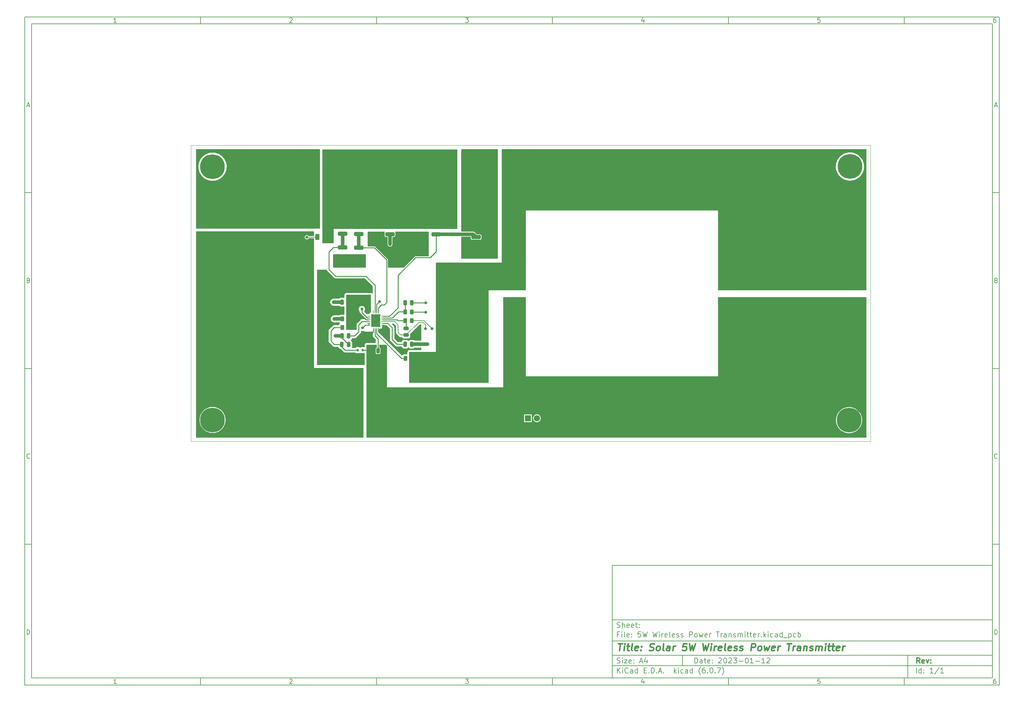
<source format=gbr>
%TF.GenerationSoftware,KiCad,Pcbnew,(6.0.7)*%
%TF.CreationDate,2023-01-12T19:17:07+03:00*%
%TF.ProjectId,5W Wireless Power Transmitter,35572057-6972-4656-9c65-737320506f77,rev?*%
%TF.SameCoordinates,Original*%
%TF.FileFunction,Copper,L1,Top*%
%TF.FilePolarity,Positive*%
%FSLAX46Y46*%
G04 Gerber Fmt 4.6, Leading zero omitted, Abs format (unit mm)*
G04 Created by KiCad (PCBNEW (6.0.7)) date 2023-01-12 19:17:07*
%MOMM*%
%LPD*%
G01*
G04 APERTURE LIST*
G04 Aperture macros list*
%AMRoundRect*
0 Rectangle with rounded corners*
0 $1 Rounding radius*
0 $2 $3 $4 $5 $6 $7 $8 $9 X,Y pos of 4 corners*
0 Add a 4 corners polygon primitive as box body*
4,1,4,$2,$3,$4,$5,$6,$7,$8,$9,$2,$3,0*
0 Add four circle primitives for the rounded corners*
1,1,$1+$1,$2,$3*
1,1,$1+$1,$4,$5*
1,1,$1+$1,$6,$7*
1,1,$1+$1,$8,$9*
0 Add four rect primitives between the rounded corners*
20,1,$1+$1,$2,$3,$4,$5,0*
20,1,$1+$1,$4,$5,$6,$7,0*
20,1,$1+$1,$6,$7,$8,$9,0*
20,1,$1+$1,$8,$9,$2,$3,0*%
G04 Aperture macros list end*
%ADD10C,0.100000*%
%ADD11C,0.150000*%
%ADD12C,0.300000*%
%ADD13C,0.400000*%
%TA.AperFunction,Profile*%
%ADD14C,0.100000*%
%TD*%
%TA.AperFunction,SMDPad,CuDef*%
%ADD15RoundRect,0.250000X-1.075000X0.312500X-1.075000X-0.312500X1.075000X-0.312500X1.075000X0.312500X0*%
%TD*%
%TA.AperFunction,SMDPad,CuDef*%
%ADD16R,0.600000X0.700000*%
%TD*%
%TA.AperFunction,SMDPad,CuDef*%
%ADD17RoundRect,0.250000X0.250000X0.475000X-0.250000X0.475000X-0.250000X-0.475000X0.250000X-0.475000X0*%
%TD*%
%TA.AperFunction,SMDPad,CuDef*%
%ADD18RoundRect,0.250000X-0.475000X0.250000X-0.475000X-0.250000X0.475000X-0.250000X0.475000X0.250000X0*%
%TD*%
%TA.AperFunction,SMDPad,CuDef*%
%ADD19RoundRect,0.250000X0.262500X0.450000X-0.262500X0.450000X-0.262500X-0.450000X0.262500X-0.450000X0*%
%TD*%
%TA.AperFunction,SMDPad,CuDef*%
%ADD20RoundRect,0.250000X1.100000X-0.325000X1.100000X0.325000X-1.100000X0.325000X-1.100000X-0.325000X0*%
%TD*%
%TA.AperFunction,ComponentPad*%
%ADD21C,0.800000*%
%TD*%
%TA.AperFunction,ComponentPad*%
%ADD22C,7.000000*%
%TD*%
%TA.AperFunction,ComponentPad*%
%ADD23R,1.800000X1.800000*%
%TD*%
%TA.AperFunction,ComponentPad*%
%ADD24C,1.800000*%
%TD*%
%TA.AperFunction,SMDPad,CuDef*%
%ADD25RoundRect,0.250000X-0.312500X-0.625000X0.312500X-0.625000X0.312500X0.625000X-0.312500X0.625000X0*%
%TD*%
%TA.AperFunction,SMDPad,CuDef*%
%ADD26RoundRect,0.062500X0.362500X0.062500X-0.362500X0.062500X-0.362500X-0.062500X0.362500X-0.062500X0*%
%TD*%
%TA.AperFunction,SMDPad,CuDef*%
%ADD27RoundRect,0.062500X0.062500X0.362500X-0.062500X0.362500X-0.062500X-0.362500X0.062500X-0.362500X0*%
%TD*%
%TA.AperFunction,ComponentPad*%
%ADD28C,0.500000*%
%TD*%
%TA.AperFunction,SMDPad,CuDef*%
%ADD29R,2.650000X3.650000*%
%TD*%
%TA.AperFunction,ComponentPad*%
%ADD30C,2.000000*%
%TD*%
%TA.AperFunction,SMDPad,CuDef*%
%ADD31RoundRect,0.250000X-0.250000X-0.475000X0.250000X-0.475000X0.250000X0.475000X-0.250000X0.475000X0*%
%TD*%
%TA.AperFunction,ComponentPad*%
%ADD32RoundRect,0.250001X-1.549999X0.799999X-1.549999X-0.799999X1.549999X-0.799999X1.549999X0.799999X0*%
%TD*%
%TA.AperFunction,ComponentPad*%
%ADD33O,3.600000X2.100000*%
%TD*%
%TA.AperFunction,SMDPad,CuDef*%
%ADD34RoundRect,0.250000X-0.262500X-0.450000X0.262500X-0.450000X0.262500X0.450000X-0.262500X0.450000X0*%
%TD*%
%TA.AperFunction,ViaPad*%
%ADD35C,0.800000*%
%TD*%
%TA.AperFunction,Conductor*%
%ADD36C,0.250000*%
%TD*%
%TA.AperFunction,Conductor*%
%ADD37C,1.000000*%
%TD*%
%TA.AperFunction,Conductor*%
%ADD38C,0.200000*%
%TD*%
G04 APERTURE END LIST*
D10*
D11*
X177002200Y-166007200D02*
X177002200Y-198007200D01*
X285002200Y-198007200D01*
X285002200Y-166007200D01*
X177002200Y-166007200D01*
D10*
D11*
X10000000Y-10000000D02*
X10000000Y-200007200D01*
X287002200Y-200007200D01*
X287002200Y-10000000D01*
X10000000Y-10000000D01*
D10*
D11*
X12000000Y-12000000D02*
X12000000Y-198007200D01*
X285002200Y-198007200D01*
X285002200Y-12000000D01*
X12000000Y-12000000D01*
D10*
D11*
X60000000Y-12000000D02*
X60000000Y-10000000D01*
D10*
D11*
X110000000Y-12000000D02*
X110000000Y-10000000D01*
D10*
D11*
X160000000Y-12000000D02*
X160000000Y-10000000D01*
D10*
D11*
X210000000Y-12000000D02*
X210000000Y-10000000D01*
D10*
D11*
X260000000Y-12000000D02*
X260000000Y-10000000D01*
D10*
D11*
X36065476Y-11588095D02*
X35322619Y-11588095D01*
X35694047Y-11588095D02*
X35694047Y-10288095D01*
X35570238Y-10473809D01*
X35446428Y-10597619D01*
X35322619Y-10659523D01*
D10*
D11*
X85322619Y-10411904D02*
X85384523Y-10350000D01*
X85508333Y-10288095D01*
X85817857Y-10288095D01*
X85941666Y-10350000D01*
X86003571Y-10411904D01*
X86065476Y-10535714D01*
X86065476Y-10659523D01*
X86003571Y-10845238D01*
X85260714Y-11588095D01*
X86065476Y-11588095D01*
D10*
D11*
X135260714Y-10288095D02*
X136065476Y-10288095D01*
X135632142Y-10783333D01*
X135817857Y-10783333D01*
X135941666Y-10845238D01*
X136003571Y-10907142D01*
X136065476Y-11030952D01*
X136065476Y-11340476D01*
X136003571Y-11464285D01*
X135941666Y-11526190D01*
X135817857Y-11588095D01*
X135446428Y-11588095D01*
X135322619Y-11526190D01*
X135260714Y-11464285D01*
D10*
D11*
X185941666Y-10721428D02*
X185941666Y-11588095D01*
X185632142Y-10226190D02*
X185322619Y-11154761D01*
X186127380Y-11154761D01*
D10*
D11*
X236003571Y-10288095D02*
X235384523Y-10288095D01*
X235322619Y-10907142D01*
X235384523Y-10845238D01*
X235508333Y-10783333D01*
X235817857Y-10783333D01*
X235941666Y-10845238D01*
X236003571Y-10907142D01*
X236065476Y-11030952D01*
X236065476Y-11340476D01*
X236003571Y-11464285D01*
X235941666Y-11526190D01*
X235817857Y-11588095D01*
X235508333Y-11588095D01*
X235384523Y-11526190D01*
X235322619Y-11464285D01*
D10*
D11*
X285941666Y-10288095D02*
X285694047Y-10288095D01*
X285570238Y-10350000D01*
X285508333Y-10411904D01*
X285384523Y-10597619D01*
X285322619Y-10845238D01*
X285322619Y-11340476D01*
X285384523Y-11464285D01*
X285446428Y-11526190D01*
X285570238Y-11588095D01*
X285817857Y-11588095D01*
X285941666Y-11526190D01*
X286003571Y-11464285D01*
X286065476Y-11340476D01*
X286065476Y-11030952D01*
X286003571Y-10907142D01*
X285941666Y-10845238D01*
X285817857Y-10783333D01*
X285570238Y-10783333D01*
X285446428Y-10845238D01*
X285384523Y-10907142D01*
X285322619Y-11030952D01*
D10*
D11*
X60000000Y-198007200D02*
X60000000Y-200007200D01*
D10*
D11*
X110000000Y-198007200D02*
X110000000Y-200007200D01*
D10*
D11*
X160000000Y-198007200D02*
X160000000Y-200007200D01*
D10*
D11*
X210000000Y-198007200D02*
X210000000Y-200007200D01*
D10*
D11*
X260000000Y-198007200D02*
X260000000Y-200007200D01*
D10*
D11*
X36065476Y-199595295D02*
X35322619Y-199595295D01*
X35694047Y-199595295D02*
X35694047Y-198295295D01*
X35570238Y-198481009D01*
X35446428Y-198604819D01*
X35322619Y-198666723D01*
D10*
D11*
X85322619Y-198419104D02*
X85384523Y-198357200D01*
X85508333Y-198295295D01*
X85817857Y-198295295D01*
X85941666Y-198357200D01*
X86003571Y-198419104D01*
X86065476Y-198542914D01*
X86065476Y-198666723D01*
X86003571Y-198852438D01*
X85260714Y-199595295D01*
X86065476Y-199595295D01*
D10*
D11*
X135260714Y-198295295D02*
X136065476Y-198295295D01*
X135632142Y-198790533D01*
X135817857Y-198790533D01*
X135941666Y-198852438D01*
X136003571Y-198914342D01*
X136065476Y-199038152D01*
X136065476Y-199347676D01*
X136003571Y-199471485D01*
X135941666Y-199533390D01*
X135817857Y-199595295D01*
X135446428Y-199595295D01*
X135322619Y-199533390D01*
X135260714Y-199471485D01*
D10*
D11*
X185941666Y-198728628D02*
X185941666Y-199595295D01*
X185632142Y-198233390D02*
X185322619Y-199161961D01*
X186127380Y-199161961D01*
D10*
D11*
X236003571Y-198295295D02*
X235384523Y-198295295D01*
X235322619Y-198914342D01*
X235384523Y-198852438D01*
X235508333Y-198790533D01*
X235817857Y-198790533D01*
X235941666Y-198852438D01*
X236003571Y-198914342D01*
X236065476Y-199038152D01*
X236065476Y-199347676D01*
X236003571Y-199471485D01*
X235941666Y-199533390D01*
X235817857Y-199595295D01*
X235508333Y-199595295D01*
X235384523Y-199533390D01*
X235322619Y-199471485D01*
D10*
D11*
X285941666Y-198295295D02*
X285694047Y-198295295D01*
X285570238Y-198357200D01*
X285508333Y-198419104D01*
X285384523Y-198604819D01*
X285322619Y-198852438D01*
X285322619Y-199347676D01*
X285384523Y-199471485D01*
X285446428Y-199533390D01*
X285570238Y-199595295D01*
X285817857Y-199595295D01*
X285941666Y-199533390D01*
X286003571Y-199471485D01*
X286065476Y-199347676D01*
X286065476Y-199038152D01*
X286003571Y-198914342D01*
X285941666Y-198852438D01*
X285817857Y-198790533D01*
X285570238Y-198790533D01*
X285446428Y-198852438D01*
X285384523Y-198914342D01*
X285322619Y-199038152D01*
D10*
D11*
X10000000Y-60000000D02*
X12000000Y-60000000D01*
D10*
D11*
X10000000Y-110000000D02*
X12000000Y-110000000D01*
D10*
D11*
X10000000Y-160000000D02*
X12000000Y-160000000D01*
D10*
D11*
X10690476Y-35216666D02*
X11309523Y-35216666D01*
X10566666Y-35588095D02*
X11000000Y-34288095D01*
X11433333Y-35588095D01*
D10*
D11*
X11092857Y-84907142D02*
X11278571Y-84969047D01*
X11340476Y-85030952D01*
X11402380Y-85154761D01*
X11402380Y-85340476D01*
X11340476Y-85464285D01*
X11278571Y-85526190D01*
X11154761Y-85588095D01*
X10659523Y-85588095D01*
X10659523Y-84288095D01*
X11092857Y-84288095D01*
X11216666Y-84350000D01*
X11278571Y-84411904D01*
X11340476Y-84535714D01*
X11340476Y-84659523D01*
X11278571Y-84783333D01*
X11216666Y-84845238D01*
X11092857Y-84907142D01*
X10659523Y-84907142D01*
D10*
D11*
X11402380Y-135464285D02*
X11340476Y-135526190D01*
X11154761Y-135588095D01*
X11030952Y-135588095D01*
X10845238Y-135526190D01*
X10721428Y-135402380D01*
X10659523Y-135278571D01*
X10597619Y-135030952D01*
X10597619Y-134845238D01*
X10659523Y-134597619D01*
X10721428Y-134473809D01*
X10845238Y-134350000D01*
X11030952Y-134288095D01*
X11154761Y-134288095D01*
X11340476Y-134350000D01*
X11402380Y-134411904D01*
D10*
D11*
X10659523Y-185588095D02*
X10659523Y-184288095D01*
X10969047Y-184288095D01*
X11154761Y-184350000D01*
X11278571Y-184473809D01*
X11340476Y-184597619D01*
X11402380Y-184845238D01*
X11402380Y-185030952D01*
X11340476Y-185278571D01*
X11278571Y-185402380D01*
X11154761Y-185526190D01*
X10969047Y-185588095D01*
X10659523Y-185588095D01*
D10*
D11*
X287002200Y-60000000D02*
X285002200Y-60000000D01*
D10*
D11*
X287002200Y-110000000D02*
X285002200Y-110000000D01*
D10*
D11*
X287002200Y-160000000D02*
X285002200Y-160000000D01*
D10*
D11*
X285692676Y-35216666D02*
X286311723Y-35216666D01*
X285568866Y-35588095D02*
X286002200Y-34288095D01*
X286435533Y-35588095D01*
D10*
D11*
X286095057Y-84907142D02*
X286280771Y-84969047D01*
X286342676Y-85030952D01*
X286404580Y-85154761D01*
X286404580Y-85340476D01*
X286342676Y-85464285D01*
X286280771Y-85526190D01*
X286156961Y-85588095D01*
X285661723Y-85588095D01*
X285661723Y-84288095D01*
X286095057Y-84288095D01*
X286218866Y-84350000D01*
X286280771Y-84411904D01*
X286342676Y-84535714D01*
X286342676Y-84659523D01*
X286280771Y-84783333D01*
X286218866Y-84845238D01*
X286095057Y-84907142D01*
X285661723Y-84907142D01*
D10*
D11*
X286404580Y-135464285D02*
X286342676Y-135526190D01*
X286156961Y-135588095D01*
X286033152Y-135588095D01*
X285847438Y-135526190D01*
X285723628Y-135402380D01*
X285661723Y-135278571D01*
X285599819Y-135030952D01*
X285599819Y-134845238D01*
X285661723Y-134597619D01*
X285723628Y-134473809D01*
X285847438Y-134350000D01*
X286033152Y-134288095D01*
X286156961Y-134288095D01*
X286342676Y-134350000D01*
X286404580Y-134411904D01*
D10*
D11*
X285661723Y-185588095D02*
X285661723Y-184288095D01*
X285971247Y-184288095D01*
X286156961Y-184350000D01*
X286280771Y-184473809D01*
X286342676Y-184597619D01*
X286404580Y-184845238D01*
X286404580Y-185030952D01*
X286342676Y-185278571D01*
X286280771Y-185402380D01*
X286156961Y-185526190D01*
X285971247Y-185588095D01*
X285661723Y-185588095D01*
D10*
D11*
X200434342Y-193785771D02*
X200434342Y-192285771D01*
X200791485Y-192285771D01*
X201005771Y-192357200D01*
X201148628Y-192500057D01*
X201220057Y-192642914D01*
X201291485Y-192928628D01*
X201291485Y-193142914D01*
X201220057Y-193428628D01*
X201148628Y-193571485D01*
X201005771Y-193714342D01*
X200791485Y-193785771D01*
X200434342Y-193785771D01*
X202577200Y-193785771D02*
X202577200Y-193000057D01*
X202505771Y-192857200D01*
X202362914Y-192785771D01*
X202077200Y-192785771D01*
X201934342Y-192857200D01*
X202577200Y-193714342D02*
X202434342Y-193785771D01*
X202077200Y-193785771D01*
X201934342Y-193714342D01*
X201862914Y-193571485D01*
X201862914Y-193428628D01*
X201934342Y-193285771D01*
X202077200Y-193214342D01*
X202434342Y-193214342D01*
X202577200Y-193142914D01*
X203077200Y-192785771D02*
X203648628Y-192785771D01*
X203291485Y-192285771D02*
X203291485Y-193571485D01*
X203362914Y-193714342D01*
X203505771Y-193785771D01*
X203648628Y-193785771D01*
X204720057Y-193714342D02*
X204577200Y-193785771D01*
X204291485Y-193785771D01*
X204148628Y-193714342D01*
X204077200Y-193571485D01*
X204077200Y-193000057D01*
X204148628Y-192857200D01*
X204291485Y-192785771D01*
X204577200Y-192785771D01*
X204720057Y-192857200D01*
X204791485Y-193000057D01*
X204791485Y-193142914D01*
X204077200Y-193285771D01*
X205434342Y-193642914D02*
X205505771Y-193714342D01*
X205434342Y-193785771D01*
X205362914Y-193714342D01*
X205434342Y-193642914D01*
X205434342Y-193785771D01*
X205434342Y-192857200D02*
X205505771Y-192928628D01*
X205434342Y-193000057D01*
X205362914Y-192928628D01*
X205434342Y-192857200D01*
X205434342Y-193000057D01*
X207220057Y-192428628D02*
X207291485Y-192357200D01*
X207434342Y-192285771D01*
X207791485Y-192285771D01*
X207934342Y-192357200D01*
X208005771Y-192428628D01*
X208077200Y-192571485D01*
X208077200Y-192714342D01*
X208005771Y-192928628D01*
X207148628Y-193785771D01*
X208077200Y-193785771D01*
X209005771Y-192285771D02*
X209148628Y-192285771D01*
X209291485Y-192357200D01*
X209362914Y-192428628D01*
X209434342Y-192571485D01*
X209505771Y-192857200D01*
X209505771Y-193214342D01*
X209434342Y-193500057D01*
X209362914Y-193642914D01*
X209291485Y-193714342D01*
X209148628Y-193785771D01*
X209005771Y-193785771D01*
X208862914Y-193714342D01*
X208791485Y-193642914D01*
X208720057Y-193500057D01*
X208648628Y-193214342D01*
X208648628Y-192857200D01*
X208720057Y-192571485D01*
X208791485Y-192428628D01*
X208862914Y-192357200D01*
X209005771Y-192285771D01*
X210077200Y-192428628D02*
X210148628Y-192357200D01*
X210291485Y-192285771D01*
X210648628Y-192285771D01*
X210791485Y-192357200D01*
X210862914Y-192428628D01*
X210934342Y-192571485D01*
X210934342Y-192714342D01*
X210862914Y-192928628D01*
X210005771Y-193785771D01*
X210934342Y-193785771D01*
X211434342Y-192285771D02*
X212362914Y-192285771D01*
X211862914Y-192857200D01*
X212077200Y-192857200D01*
X212220057Y-192928628D01*
X212291485Y-193000057D01*
X212362914Y-193142914D01*
X212362914Y-193500057D01*
X212291485Y-193642914D01*
X212220057Y-193714342D01*
X212077200Y-193785771D01*
X211648628Y-193785771D01*
X211505771Y-193714342D01*
X211434342Y-193642914D01*
X213005771Y-193214342D02*
X214148628Y-193214342D01*
X215148628Y-192285771D02*
X215291485Y-192285771D01*
X215434342Y-192357200D01*
X215505771Y-192428628D01*
X215577200Y-192571485D01*
X215648628Y-192857200D01*
X215648628Y-193214342D01*
X215577200Y-193500057D01*
X215505771Y-193642914D01*
X215434342Y-193714342D01*
X215291485Y-193785771D01*
X215148628Y-193785771D01*
X215005771Y-193714342D01*
X214934342Y-193642914D01*
X214862914Y-193500057D01*
X214791485Y-193214342D01*
X214791485Y-192857200D01*
X214862914Y-192571485D01*
X214934342Y-192428628D01*
X215005771Y-192357200D01*
X215148628Y-192285771D01*
X217077200Y-193785771D02*
X216220057Y-193785771D01*
X216648628Y-193785771D02*
X216648628Y-192285771D01*
X216505771Y-192500057D01*
X216362914Y-192642914D01*
X216220057Y-192714342D01*
X217720057Y-193214342D02*
X218862914Y-193214342D01*
X220362914Y-193785771D02*
X219505771Y-193785771D01*
X219934342Y-193785771D02*
X219934342Y-192285771D01*
X219791485Y-192500057D01*
X219648628Y-192642914D01*
X219505771Y-192714342D01*
X220934342Y-192428628D02*
X221005771Y-192357200D01*
X221148628Y-192285771D01*
X221505771Y-192285771D01*
X221648628Y-192357200D01*
X221720057Y-192428628D01*
X221791485Y-192571485D01*
X221791485Y-192714342D01*
X221720057Y-192928628D01*
X220862914Y-193785771D01*
X221791485Y-193785771D01*
D10*
D11*
X177002200Y-194507200D02*
X285002200Y-194507200D01*
D10*
D11*
X178434342Y-196585771D02*
X178434342Y-195085771D01*
X179291485Y-196585771D02*
X178648628Y-195728628D01*
X179291485Y-195085771D02*
X178434342Y-195942914D01*
X179934342Y-196585771D02*
X179934342Y-195585771D01*
X179934342Y-195085771D02*
X179862914Y-195157200D01*
X179934342Y-195228628D01*
X180005771Y-195157200D01*
X179934342Y-195085771D01*
X179934342Y-195228628D01*
X181505771Y-196442914D02*
X181434342Y-196514342D01*
X181220057Y-196585771D01*
X181077200Y-196585771D01*
X180862914Y-196514342D01*
X180720057Y-196371485D01*
X180648628Y-196228628D01*
X180577200Y-195942914D01*
X180577200Y-195728628D01*
X180648628Y-195442914D01*
X180720057Y-195300057D01*
X180862914Y-195157200D01*
X181077200Y-195085771D01*
X181220057Y-195085771D01*
X181434342Y-195157200D01*
X181505771Y-195228628D01*
X182791485Y-196585771D02*
X182791485Y-195800057D01*
X182720057Y-195657200D01*
X182577200Y-195585771D01*
X182291485Y-195585771D01*
X182148628Y-195657200D01*
X182791485Y-196514342D02*
X182648628Y-196585771D01*
X182291485Y-196585771D01*
X182148628Y-196514342D01*
X182077200Y-196371485D01*
X182077200Y-196228628D01*
X182148628Y-196085771D01*
X182291485Y-196014342D01*
X182648628Y-196014342D01*
X182791485Y-195942914D01*
X184148628Y-196585771D02*
X184148628Y-195085771D01*
X184148628Y-196514342D02*
X184005771Y-196585771D01*
X183720057Y-196585771D01*
X183577200Y-196514342D01*
X183505771Y-196442914D01*
X183434342Y-196300057D01*
X183434342Y-195871485D01*
X183505771Y-195728628D01*
X183577200Y-195657200D01*
X183720057Y-195585771D01*
X184005771Y-195585771D01*
X184148628Y-195657200D01*
X186005771Y-195800057D02*
X186505771Y-195800057D01*
X186720057Y-196585771D02*
X186005771Y-196585771D01*
X186005771Y-195085771D01*
X186720057Y-195085771D01*
X187362914Y-196442914D02*
X187434342Y-196514342D01*
X187362914Y-196585771D01*
X187291485Y-196514342D01*
X187362914Y-196442914D01*
X187362914Y-196585771D01*
X188077200Y-196585771D02*
X188077200Y-195085771D01*
X188434342Y-195085771D01*
X188648628Y-195157200D01*
X188791485Y-195300057D01*
X188862914Y-195442914D01*
X188934342Y-195728628D01*
X188934342Y-195942914D01*
X188862914Y-196228628D01*
X188791485Y-196371485D01*
X188648628Y-196514342D01*
X188434342Y-196585771D01*
X188077200Y-196585771D01*
X189577200Y-196442914D02*
X189648628Y-196514342D01*
X189577200Y-196585771D01*
X189505771Y-196514342D01*
X189577200Y-196442914D01*
X189577200Y-196585771D01*
X190220057Y-196157200D02*
X190934342Y-196157200D01*
X190077200Y-196585771D02*
X190577200Y-195085771D01*
X191077200Y-196585771D01*
X191577200Y-196442914D02*
X191648628Y-196514342D01*
X191577200Y-196585771D01*
X191505771Y-196514342D01*
X191577200Y-196442914D01*
X191577200Y-196585771D01*
X194577200Y-196585771D02*
X194577200Y-195085771D01*
X194720057Y-196014342D02*
X195148628Y-196585771D01*
X195148628Y-195585771D02*
X194577200Y-196157200D01*
X195791485Y-196585771D02*
X195791485Y-195585771D01*
X195791485Y-195085771D02*
X195720057Y-195157200D01*
X195791485Y-195228628D01*
X195862914Y-195157200D01*
X195791485Y-195085771D01*
X195791485Y-195228628D01*
X197148628Y-196514342D02*
X197005771Y-196585771D01*
X196720057Y-196585771D01*
X196577200Y-196514342D01*
X196505771Y-196442914D01*
X196434342Y-196300057D01*
X196434342Y-195871485D01*
X196505771Y-195728628D01*
X196577200Y-195657200D01*
X196720057Y-195585771D01*
X197005771Y-195585771D01*
X197148628Y-195657200D01*
X198434342Y-196585771D02*
X198434342Y-195800057D01*
X198362914Y-195657200D01*
X198220057Y-195585771D01*
X197934342Y-195585771D01*
X197791485Y-195657200D01*
X198434342Y-196514342D02*
X198291485Y-196585771D01*
X197934342Y-196585771D01*
X197791485Y-196514342D01*
X197720057Y-196371485D01*
X197720057Y-196228628D01*
X197791485Y-196085771D01*
X197934342Y-196014342D01*
X198291485Y-196014342D01*
X198434342Y-195942914D01*
X199791485Y-196585771D02*
X199791485Y-195085771D01*
X199791485Y-196514342D02*
X199648628Y-196585771D01*
X199362914Y-196585771D01*
X199220057Y-196514342D01*
X199148628Y-196442914D01*
X199077200Y-196300057D01*
X199077200Y-195871485D01*
X199148628Y-195728628D01*
X199220057Y-195657200D01*
X199362914Y-195585771D01*
X199648628Y-195585771D01*
X199791485Y-195657200D01*
X202077200Y-197157200D02*
X202005771Y-197085771D01*
X201862914Y-196871485D01*
X201791485Y-196728628D01*
X201720057Y-196514342D01*
X201648628Y-196157200D01*
X201648628Y-195871485D01*
X201720057Y-195514342D01*
X201791485Y-195300057D01*
X201862914Y-195157200D01*
X202005771Y-194942914D01*
X202077200Y-194871485D01*
X203291485Y-195085771D02*
X203005771Y-195085771D01*
X202862914Y-195157200D01*
X202791485Y-195228628D01*
X202648628Y-195442914D01*
X202577200Y-195728628D01*
X202577200Y-196300057D01*
X202648628Y-196442914D01*
X202720057Y-196514342D01*
X202862914Y-196585771D01*
X203148628Y-196585771D01*
X203291485Y-196514342D01*
X203362914Y-196442914D01*
X203434342Y-196300057D01*
X203434342Y-195942914D01*
X203362914Y-195800057D01*
X203291485Y-195728628D01*
X203148628Y-195657200D01*
X202862914Y-195657200D01*
X202720057Y-195728628D01*
X202648628Y-195800057D01*
X202577200Y-195942914D01*
X204077200Y-196442914D02*
X204148628Y-196514342D01*
X204077200Y-196585771D01*
X204005771Y-196514342D01*
X204077200Y-196442914D01*
X204077200Y-196585771D01*
X205077200Y-195085771D02*
X205220057Y-195085771D01*
X205362914Y-195157200D01*
X205434342Y-195228628D01*
X205505771Y-195371485D01*
X205577200Y-195657200D01*
X205577200Y-196014342D01*
X205505771Y-196300057D01*
X205434342Y-196442914D01*
X205362914Y-196514342D01*
X205220057Y-196585771D01*
X205077200Y-196585771D01*
X204934342Y-196514342D01*
X204862914Y-196442914D01*
X204791485Y-196300057D01*
X204720057Y-196014342D01*
X204720057Y-195657200D01*
X204791485Y-195371485D01*
X204862914Y-195228628D01*
X204934342Y-195157200D01*
X205077200Y-195085771D01*
X206220057Y-196442914D02*
X206291485Y-196514342D01*
X206220057Y-196585771D01*
X206148628Y-196514342D01*
X206220057Y-196442914D01*
X206220057Y-196585771D01*
X206791485Y-195085771D02*
X207791485Y-195085771D01*
X207148628Y-196585771D01*
X208220057Y-197157200D02*
X208291485Y-197085771D01*
X208434342Y-196871485D01*
X208505771Y-196728628D01*
X208577200Y-196514342D01*
X208648628Y-196157200D01*
X208648628Y-195871485D01*
X208577200Y-195514342D01*
X208505771Y-195300057D01*
X208434342Y-195157200D01*
X208291485Y-194942914D01*
X208220057Y-194871485D01*
D10*
D11*
X177002200Y-191507200D02*
X285002200Y-191507200D01*
D10*
D12*
X264411485Y-193785771D02*
X263911485Y-193071485D01*
X263554342Y-193785771D02*
X263554342Y-192285771D01*
X264125771Y-192285771D01*
X264268628Y-192357200D01*
X264340057Y-192428628D01*
X264411485Y-192571485D01*
X264411485Y-192785771D01*
X264340057Y-192928628D01*
X264268628Y-193000057D01*
X264125771Y-193071485D01*
X263554342Y-193071485D01*
X265625771Y-193714342D02*
X265482914Y-193785771D01*
X265197200Y-193785771D01*
X265054342Y-193714342D01*
X264982914Y-193571485D01*
X264982914Y-193000057D01*
X265054342Y-192857200D01*
X265197200Y-192785771D01*
X265482914Y-192785771D01*
X265625771Y-192857200D01*
X265697200Y-193000057D01*
X265697200Y-193142914D01*
X264982914Y-193285771D01*
X266197200Y-192785771D02*
X266554342Y-193785771D01*
X266911485Y-192785771D01*
X267482914Y-193642914D02*
X267554342Y-193714342D01*
X267482914Y-193785771D01*
X267411485Y-193714342D01*
X267482914Y-193642914D01*
X267482914Y-193785771D01*
X267482914Y-192857200D02*
X267554342Y-192928628D01*
X267482914Y-193000057D01*
X267411485Y-192928628D01*
X267482914Y-192857200D01*
X267482914Y-193000057D01*
D10*
D11*
X178362914Y-193714342D02*
X178577200Y-193785771D01*
X178934342Y-193785771D01*
X179077200Y-193714342D01*
X179148628Y-193642914D01*
X179220057Y-193500057D01*
X179220057Y-193357200D01*
X179148628Y-193214342D01*
X179077200Y-193142914D01*
X178934342Y-193071485D01*
X178648628Y-193000057D01*
X178505771Y-192928628D01*
X178434342Y-192857200D01*
X178362914Y-192714342D01*
X178362914Y-192571485D01*
X178434342Y-192428628D01*
X178505771Y-192357200D01*
X178648628Y-192285771D01*
X179005771Y-192285771D01*
X179220057Y-192357200D01*
X179862914Y-193785771D02*
X179862914Y-192785771D01*
X179862914Y-192285771D02*
X179791485Y-192357200D01*
X179862914Y-192428628D01*
X179934342Y-192357200D01*
X179862914Y-192285771D01*
X179862914Y-192428628D01*
X180434342Y-192785771D02*
X181220057Y-192785771D01*
X180434342Y-193785771D01*
X181220057Y-193785771D01*
X182362914Y-193714342D02*
X182220057Y-193785771D01*
X181934342Y-193785771D01*
X181791485Y-193714342D01*
X181720057Y-193571485D01*
X181720057Y-193000057D01*
X181791485Y-192857200D01*
X181934342Y-192785771D01*
X182220057Y-192785771D01*
X182362914Y-192857200D01*
X182434342Y-193000057D01*
X182434342Y-193142914D01*
X181720057Y-193285771D01*
X183077200Y-193642914D02*
X183148628Y-193714342D01*
X183077200Y-193785771D01*
X183005771Y-193714342D01*
X183077200Y-193642914D01*
X183077200Y-193785771D01*
X183077200Y-192857200D02*
X183148628Y-192928628D01*
X183077200Y-193000057D01*
X183005771Y-192928628D01*
X183077200Y-192857200D01*
X183077200Y-193000057D01*
X184862914Y-193357200D02*
X185577200Y-193357200D01*
X184720057Y-193785771D02*
X185220057Y-192285771D01*
X185720057Y-193785771D01*
X186862914Y-192785771D02*
X186862914Y-193785771D01*
X186505771Y-192214342D02*
X186148628Y-193285771D01*
X187077200Y-193285771D01*
D10*
D11*
X263434342Y-196585771D02*
X263434342Y-195085771D01*
X264791485Y-196585771D02*
X264791485Y-195085771D01*
X264791485Y-196514342D02*
X264648628Y-196585771D01*
X264362914Y-196585771D01*
X264220057Y-196514342D01*
X264148628Y-196442914D01*
X264077200Y-196300057D01*
X264077200Y-195871485D01*
X264148628Y-195728628D01*
X264220057Y-195657200D01*
X264362914Y-195585771D01*
X264648628Y-195585771D01*
X264791485Y-195657200D01*
X265505771Y-196442914D02*
X265577200Y-196514342D01*
X265505771Y-196585771D01*
X265434342Y-196514342D01*
X265505771Y-196442914D01*
X265505771Y-196585771D01*
X265505771Y-195657200D02*
X265577200Y-195728628D01*
X265505771Y-195800057D01*
X265434342Y-195728628D01*
X265505771Y-195657200D01*
X265505771Y-195800057D01*
X268148628Y-196585771D02*
X267291485Y-196585771D01*
X267720057Y-196585771D02*
X267720057Y-195085771D01*
X267577200Y-195300057D01*
X267434342Y-195442914D01*
X267291485Y-195514342D01*
X269862914Y-195014342D02*
X268577200Y-196942914D01*
X271148628Y-196585771D02*
X270291485Y-196585771D01*
X270720057Y-196585771D02*
X270720057Y-195085771D01*
X270577200Y-195300057D01*
X270434342Y-195442914D01*
X270291485Y-195514342D01*
D10*
D11*
X177002200Y-187507200D02*
X285002200Y-187507200D01*
D10*
D13*
X178714580Y-188211961D02*
X179857438Y-188211961D01*
X179036009Y-190211961D02*
X179286009Y-188211961D01*
X180274104Y-190211961D02*
X180440771Y-188878628D01*
X180524104Y-188211961D02*
X180416961Y-188307200D01*
X180500295Y-188402438D01*
X180607438Y-188307200D01*
X180524104Y-188211961D01*
X180500295Y-188402438D01*
X181107438Y-188878628D02*
X181869342Y-188878628D01*
X181476485Y-188211961D02*
X181262200Y-189926247D01*
X181333628Y-190116723D01*
X181512200Y-190211961D01*
X181702676Y-190211961D01*
X182655057Y-190211961D02*
X182476485Y-190116723D01*
X182405057Y-189926247D01*
X182619342Y-188211961D01*
X184190771Y-190116723D02*
X183988390Y-190211961D01*
X183607438Y-190211961D01*
X183428866Y-190116723D01*
X183357438Y-189926247D01*
X183452676Y-189164342D01*
X183571723Y-188973866D01*
X183774104Y-188878628D01*
X184155057Y-188878628D01*
X184333628Y-188973866D01*
X184405057Y-189164342D01*
X184381247Y-189354819D01*
X183405057Y-189545295D01*
X185155057Y-190021485D02*
X185238390Y-190116723D01*
X185131247Y-190211961D01*
X185047914Y-190116723D01*
X185155057Y-190021485D01*
X185131247Y-190211961D01*
X185286009Y-188973866D02*
X185369342Y-189069104D01*
X185262200Y-189164342D01*
X185178866Y-189069104D01*
X185286009Y-188973866D01*
X185262200Y-189164342D01*
X187524104Y-190116723D02*
X187797914Y-190211961D01*
X188274104Y-190211961D01*
X188476485Y-190116723D01*
X188583628Y-190021485D01*
X188702676Y-189831009D01*
X188726485Y-189640533D01*
X188655057Y-189450057D01*
X188571723Y-189354819D01*
X188393152Y-189259580D01*
X188024104Y-189164342D01*
X187845533Y-189069104D01*
X187762200Y-188973866D01*
X187690771Y-188783390D01*
X187714580Y-188592914D01*
X187833628Y-188402438D01*
X187940771Y-188307200D01*
X188143152Y-188211961D01*
X188619342Y-188211961D01*
X188893152Y-188307200D01*
X189797914Y-190211961D02*
X189619342Y-190116723D01*
X189536009Y-190021485D01*
X189464580Y-189831009D01*
X189536009Y-189259580D01*
X189655057Y-189069104D01*
X189762200Y-188973866D01*
X189964580Y-188878628D01*
X190250295Y-188878628D01*
X190428866Y-188973866D01*
X190512200Y-189069104D01*
X190583628Y-189259580D01*
X190512200Y-189831009D01*
X190393152Y-190021485D01*
X190286009Y-190116723D01*
X190083628Y-190211961D01*
X189797914Y-190211961D01*
X191607438Y-190211961D02*
X191428866Y-190116723D01*
X191357438Y-189926247D01*
X191571723Y-188211961D01*
X193226485Y-190211961D02*
X193357438Y-189164342D01*
X193286009Y-188973866D01*
X193107438Y-188878628D01*
X192726485Y-188878628D01*
X192524104Y-188973866D01*
X193238390Y-190116723D02*
X193036009Y-190211961D01*
X192559819Y-190211961D01*
X192381247Y-190116723D01*
X192309819Y-189926247D01*
X192333628Y-189735771D01*
X192452676Y-189545295D01*
X192655057Y-189450057D01*
X193131247Y-189450057D01*
X193333628Y-189354819D01*
X194178866Y-190211961D02*
X194345533Y-188878628D01*
X194297914Y-189259580D02*
X194416961Y-189069104D01*
X194524104Y-188973866D01*
X194726485Y-188878628D01*
X194916961Y-188878628D01*
X198143152Y-188211961D02*
X197190771Y-188211961D01*
X196976485Y-189164342D01*
X197083628Y-189069104D01*
X197286009Y-188973866D01*
X197762200Y-188973866D01*
X197940771Y-189069104D01*
X198024104Y-189164342D01*
X198095533Y-189354819D01*
X198036009Y-189831009D01*
X197916961Y-190021485D01*
X197809819Y-190116723D01*
X197607438Y-190211961D01*
X197131247Y-190211961D01*
X196952676Y-190116723D01*
X196869342Y-190021485D01*
X198905057Y-188211961D02*
X199131247Y-190211961D01*
X199690771Y-188783390D01*
X199893152Y-190211961D01*
X200619342Y-188211961D01*
X202714580Y-188211961D02*
X202940771Y-190211961D01*
X203500295Y-188783390D01*
X203702676Y-190211961D01*
X204428866Y-188211961D01*
X204940771Y-190211961D02*
X205107438Y-188878628D01*
X205190771Y-188211961D02*
X205083628Y-188307200D01*
X205166961Y-188402438D01*
X205274104Y-188307200D01*
X205190771Y-188211961D01*
X205166961Y-188402438D01*
X205893152Y-190211961D02*
X206059819Y-188878628D01*
X206012200Y-189259580D02*
X206131247Y-189069104D01*
X206238390Y-188973866D01*
X206440771Y-188878628D01*
X206631247Y-188878628D01*
X207905057Y-190116723D02*
X207702676Y-190211961D01*
X207321723Y-190211961D01*
X207143152Y-190116723D01*
X207071723Y-189926247D01*
X207166961Y-189164342D01*
X207286009Y-188973866D01*
X207488390Y-188878628D01*
X207869342Y-188878628D01*
X208047914Y-188973866D01*
X208119342Y-189164342D01*
X208095533Y-189354819D01*
X207119342Y-189545295D01*
X209131247Y-190211961D02*
X208952676Y-190116723D01*
X208881247Y-189926247D01*
X209095533Y-188211961D01*
X210666961Y-190116723D02*
X210464580Y-190211961D01*
X210083628Y-190211961D01*
X209905057Y-190116723D01*
X209833628Y-189926247D01*
X209928866Y-189164342D01*
X210047914Y-188973866D01*
X210250295Y-188878628D01*
X210631247Y-188878628D01*
X210809819Y-188973866D01*
X210881247Y-189164342D01*
X210857438Y-189354819D01*
X209881247Y-189545295D01*
X211524104Y-190116723D02*
X211702676Y-190211961D01*
X212083628Y-190211961D01*
X212286009Y-190116723D01*
X212405057Y-189926247D01*
X212416961Y-189831009D01*
X212345533Y-189640533D01*
X212166961Y-189545295D01*
X211881247Y-189545295D01*
X211702676Y-189450057D01*
X211631247Y-189259580D01*
X211643152Y-189164342D01*
X211762200Y-188973866D01*
X211964580Y-188878628D01*
X212250295Y-188878628D01*
X212428866Y-188973866D01*
X213143152Y-190116723D02*
X213321723Y-190211961D01*
X213702676Y-190211961D01*
X213905057Y-190116723D01*
X214024104Y-189926247D01*
X214036009Y-189831009D01*
X213964580Y-189640533D01*
X213786009Y-189545295D01*
X213500295Y-189545295D01*
X213321723Y-189450057D01*
X213250295Y-189259580D01*
X213262200Y-189164342D01*
X213381247Y-188973866D01*
X213583628Y-188878628D01*
X213869342Y-188878628D01*
X214047914Y-188973866D01*
X216369342Y-190211961D02*
X216619342Y-188211961D01*
X217381247Y-188211961D01*
X217559819Y-188307200D01*
X217643152Y-188402438D01*
X217714580Y-188592914D01*
X217678866Y-188878628D01*
X217559819Y-189069104D01*
X217452676Y-189164342D01*
X217250295Y-189259580D01*
X216488390Y-189259580D01*
X218655057Y-190211961D02*
X218476485Y-190116723D01*
X218393152Y-190021485D01*
X218321723Y-189831009D01*
X218393152Y-189259580D01*
X218512200Y-189069104D01*
X218619342Y-188973866D01*
X218821723Y-188878628D01*
X219107438Y-188878628D01*
X219286009Y-188973866D01*
X219369342Y-189069104D01*
X219440771Y-189259580D01*
X219369342Y-189831009D01*
X219250295Y-190021485D01*
X219143152Y-190116723D01*
X218940771Y-190211961D01*
X218655057Y-190211961D01*
X220155057Y-188878628D02*
X220369342Y-190211961D01*
X220869342Y-189259580D01*
X221131247Y-190211961D01*
X221678866Y-188878628D01*
X223047914Y-190116723D02*
X222845533Y-190211961D01*
X222464580Y-190211961D01*
X222286009Y-190116723D01*
X222214580Y-189926247D01*
X222309819Y-189164342D01*
X222428866Y-188973866D01*
X222631247Y-188878628D01*
X223012200Y-188878628D01*
X223190771Y-188973866D01*
X223262200Y-189164342D01*
X223238390Y-189354819D01*
X222262200Y-189545295D01*
X223988390Y-190211961D02*
X224155057Y-188878628D01*
X224107438Y-189259580D02*
X224226485Y-189069104D01*
X224333628Y-188973866D01*
X224536009Y-188878628D01*
X224726485Y-188878628D01*
X226714580Y-188211961D02*
X227857438Y-188211961D01*
X227036009Y-190211961D02*
X227286009Y-188211961D01*
X228274104Y-190211961D02*
X228440771Y-188878628D01*
X228393152Y-189259580D02*
X228512200Y-189069104D01*
X228619342Y-188973866D01*
X228821723Y-188878628D01*
X229012200Y-188878628D01*
X230369342Y-190211961D02*
X230500295Y-189164342D01*
X230428866Y-188973866D01*
X230250295Y-188878628D01*
X229869342Y-188878628D01*
X229666961Y-188973866D01*
X230381247Y-190116723D02*
X230178866Y-190211961D01*
X229702676Y-190211961D01*
X229524104Y-190116723D01*
X229452676Y-189926247D01*
X229476485Y-189735771D01*
X229595533Y-189545295D01*
X229797914Y-189450057D01*
X230274104Y-189450057D01*
X230476485Y-189354819D01*
X231488390Y-188878628D02*
X231321723Y-190211961D01*
X231464580Y-189069104D02*
X231571723Y-188973866D01*
X231774104Y-188878628D01*
X232059819Y-188878628D01*
X232238390Y-188973866D01*
X232309819Y-189164342D01*
X232178866Y-190211961D01*
X233047914Y-190116723D02*
X233226485Y-190211961D01*
X233607438Y-190211961D01*
X233809819Y-190116723D01*
X233928866Y-189926247D01*
X233940771Y-189831009D01*
X233869342Y-189640533D01*
X233690771Y-189545295D01*
X233405057Y-189545295D01*
X233226485Y-189450057D01*
X233155057Y-189259580D01*
X233166961Y-189164342D01*
X233286009Y-188973866D01*
X233488390Y-188878628D01*
X233774104Y-188878628D01*
X233952676Y-188973866D01*
X234750295Y-190211961D02*
X234916961Y-188878628D01*
X234893152Y-189069104D02*
X235000295Y-188973866D01*
X235202676Y-188878628D01*
X235488390Y-188878628D01*
X235666961Y-188973866D01*
X235738390Y-189164342D01*
X235607438Y-190211961D01*
X235738390Y-189164342D02*
X235857438Y-188973866D01*
X236059819Y-188878628D01*
X236345533Y-188878628D01*
X236524104Y-188973866D01*
X236595533Y-189164342D01*
X236464580Y-190211961D01*
X237416961Y-190211961D02*
X237583628Y-188878628D01*
X237666961Y-188211961D02*
X237559819Y-188307200D01*
X237643152Y-188402438D01*
X237750295Y-188307200D01*
X237666961Y-188211961D01*
X237643152Y-188402438D01*
X238250295Y-188878628D02*
X239012200Y-188878628D01*
X238619342Y-188211961D02*
X238405057Y-189926247D01*
X238476485Y-190116723D01*
X238655057Y-190211961D01*
X238845533Y-190211961D01*
X239393152Y-188878628D02*
X240155057Y-188878628D01*
X239762200Y-188211961D02*
X239547914Y-189926247D01*
X239619342Y-190116723D01*
X239797914Y-190211961D01*
X239988390Y-190211961D01*
X241428866Y-190116723D02*
X241226485Y-190211961D01*
X240845533Y-190211961D01*
X240666961Y-190116723D01*
X240595533Y-189926247D01*
X240690771Y-189164342D01*
X240809819Y-188973866D01*
X241012199Y-188878628D01*
X241393152Y-188878628D01*
X241571723Y-188973866D01*
X241643152Y-189164342D01*
X241619342Y-189354819D01*
X240643152Y-189545295D01*
X242369342Y-190211961D02*
X242536009Y-188878628D01*
X242488390Y-189259580D02*
X242607438Y-189069104D01*
X242714580Y-188973866D01*
X242916961Y-188878628D01*
X243107438Y-188878628D01*
D10*
D11*
X178934342Y-185600057D02*
X178434342Y-185600057D01*
X178434342Y-186385771D02*
X178434342Y-184885771D01*
X179148628Y-184885771D01*
X179720057Y-186385771D02*
X179720057Y-185385771D01*
X179720057Y-184885771D02*
X179648628Y-184957200D01*
X179720057Y-185028628D01*
X179791485Y-184957200D01*
X179720057Y-184885771D01*
X179720057Y-185028628D01*
X180648628Y-186385771D02*
X180505771Y-186314342D01*
X180434342Y-186171485D01*
X180434342Y-184885771D01*
X181791485Y-186314342D02*
X181648628Y-186385771D01*
X181362914Y-186385771D01*
X181220057Y-186314342D01*
X181148628Y-186171485D01*
X181148628Y-185600057D01*
X181220057Y-185457200D01*
X181362914Y-185385771D01*
X181648628Y-185385771D01*
X181791485Y-185457200D01*
X181862914Y-185600057D01*
X181862914Y-185742914D01*
X181148628Y-185885771D01*
X182505771Y-186242914D02*
X182577200Y-186314342D01*
X182505771Y-186385771D01*
X182434342Y-186314342D01*
X182505771Y-186242914D01*
X182505771Y-186385771D01*
X182505771Y-185457200D02*
X182577200Y-185528628D01*
X182505771Y-185600057D01*
X182434342Y-185528628D01*
X182505771Y-185457200D01*
X182505771Y-185600057D01*
X185077200Y-184885771D02*
X184362914Y-184885771D01*
X184291485Y-185600057D01*
X184362914Y-185528628D01*
X184505771Y-185457200D01*
X184862914Y-185457200D01*
X185005771Y-185528628D01*
X185077200Y-185600057D01*
X185148628Y-185742914D01*
X185148628Y-186100057D01*
X185077200Y-186242914D01*
X185005771Y-186314342D01*
X184862914Y-186385771D01*
X184505771Y-186385771D01*
X184362914Y-186314342D01*
X184291485Y-186242914D01*
X185648628Y-184885771D02*
X186005771Y-186385771D01*
X186291485Y-185314342D01*
X186577200Y-186385771D01*
X186934342Y-184885771D01*
X188505771Y-184885771D02*
X188862914Y-186385771D01*
X189148628Y-185314342D01*
X189434342Y-186385771D01*
X189791485Y-184885771D01*
X190362914Y-186385771D02*
X190362914Y-185385771D01*
X190362914Y-184885771D02*
X190291485Y-184957200D01*
X190362914Y-185028628D01*
X190434342Y-184957200D01*
X190362914Y-184885771D01*
X190362914Y-185028628D01*
X191077200Y-186385771D02*
X191077200Y-185385771D01*
X191077200Y-185671485D02*
X191148628Y-185528628D01*
X191220057Y-185457200D01*
X191362914Y-185385771D01*
X191505771Y-185385771D01*
X192577200Y-186314342D02*
X192434342Y-186385771D01*
X192148628Y-186385771D01*
X192005771Y-186314342D01*
X191934342Y-186171485D01*
X191934342Y-185600057D01*
X192005771Y-185457200D01*
X192148628Y-185385771D01*
X192434342Y-185385771D01*
X192577200Y-185457200D01*
X192648628Y-185600057D01*
X192648628Y-185742914D01*
X191934342Y-185885771D01*
X193505771Y-186385771D02*
X193362914Y-186314342D01*
X193291485Y-186171485D01*
X193291485Y-184885771D01*
X194648628Y-186314342D02*
X194505771Y-186385771D01*
X194220057Y-186385771D01*
X194077200Y-186314342D01*
X194005771Y-186171485D01*
X194005771Y-185600057D01*
X194077200Y-185457200D01*
X194220057Y-185385771D01*
X194505771Y-185385771D01*
X194648628Y-185457200D01*
X194720057Y-185600057D01*
X194720057Y-185742914D01*
X194005771Y-185885771D01*
X195291485Y-186314342D02*
X195434342Y-186385771D01*
X195720057Y-186385771D01*
X195862914Y-186314342D01*
X195934342Y-186171485D01*
X195934342Y-186100057D01*
X195862914Y-185957200D01*
X195720057Y-185885771D01*
X195505771Y-185885771D01*
X195362914Y-185814342D01*
X195291485Y-185671485D01*
X195291485Y-185600057D01*
X195362914Y-185457200D01*
X195505771Y-185385771D01*
X195720057Y-185385771D01*
X195862914Y-185457200D01*
X196505771Y-186314342D02*
X196648628Y-186385771D01*
X196934342Y-186385771D01*
X197077200Y-186314342D01*
X197148628Y-186171485D01*
X197148628Y-186100057D01*
X197077200Y-185957200D01*
X196934342Y-185885771D01*
X196720057Y-185885771D01*
X196577200Y-185814342D01*
X196505771Y-185671485D01*
X196505771Y-185600057D01*
X196577200Y-185457200D01*
X196720057Y-185385771D01*
X196934342Y-185385771D01*
X197077200Y-185457200D01*
X198934342Y-186385771D02*
X198934342Y-184885771D01*
X199505771Y-184885771D01*
X199648628Y-184957200D01*
X199720057Y-185028628D01*
X199791485Y-185171485D01*
X199791485Y-185385771D01*
X199720057Y-185528628D01*
X199648628Y-185600057D01*
X199505771Y-185671485D01*
X198934342Y-185671485D01*
X200648628Y-186385771D02*
X200505771Y-186314342D01*
X200434342Y-186242914D01*
X200362914Y-186100057D01*
X200362914Y-185671485D01*
X200434342Y-185528628D01*
X200505771Y-185457200D01*
X200648628Y-185385771D01*
X200862914Y-185385771D01*
X201005771Y-185457200D01*
X201077200Y-185528628D01*
X201148628Y-185671485D01*
X201148628Y-186100057D01*
X201077200Y-186242914D01*
X201005771Y-186314342D01*
X200862914Y-186385771D01*
X200648628Y-186385771D01*
X201648628Y-185385771D02*
X201934342Y-186385771D01*
X202220057Y-185671485D01*
X202505771Y-186385771D01*
X202791485Y-185385771D01*
X203934342Y-186314342D02*
X203791485Y-186385771D01*
X203505771Y-186385771D01*
X203362914Y-186314342D01*
X203291485Y-186171485D01*
X203291485Y-185600057D01*
X203362914Y-185457200D01*
X203505771Y-185385771D01*
X203791485Y-185385771D01*
X203934342Y-185457200D01*
X204005771Y-185600057D01*
X204005771Y-185742914D01*
X203291485Y-185885771D01*
X204648628Y-186385771D02*
X204648628Y-185385771D01*
X204648628Y-185671485D02*
X204720057Y-185528628D01*
X204791485Y-185457200D01*
X204934342Y-185385771D01*
X205077200Y-185385771D01*
X206505771Y-184885771D02*
X207362914Y-184885771D01*
X206934342Y-186385771D02*
X206934342Y-184885771D01*
X207862914Y-186385771D02*
X207862914Y-185385771D01*
X207862914Y-185671485D02*
X207934342Y-185528628D01*
X208005771Y-185457200D01*
X208148628Y-185385771D01*
X208291485Y-185385771D01*
X209434342Y-186385771D02*
X209434342Y-185600057D01*
X209362914Y-185457200D01*
X209220057Y-185385771D01*
X208934342Y-185385771D01*
X208791485Y-185457200D01*
X209434342Y-186314342D02*
X209291485Y-186385771D01*
X208934342Y-186385771D01*
X208791485Y-186314342D01*
X208720057Y-186171485D01*
X208720057Y-186028628D01*
X208791485Y-185885771D01*
X208934342Y-185814342D01*
X209291485Y-185814342D01*
X209434342Y-185742914D01*
X210148628Y-185385771D02*
X210148628Y-186385771D01*
X210148628Y-185528628D02*
X210220057Y-185457200D01*
X210362914Y-185385771D01*
X210577200Y-185385771D01*
X210720057Y-185457200D01*
X210791485Y-185600057D01*
X210791485Y-186385771D01*
X211434342Y-186314342D02*
X211577200Y-186385771D01*
X211862914Y-186385771D01*
X212005771Y-186314342D01*
X212077200Y-186171485D01*
X212077200Y-186100057D01*
X212005771Y-185957200D01*
X211862914Y-185885771D01*
X211648628Y-185885771D01*
X211505771Y-185814342D01*
X211434342Y-185671485D01*
X211434342Y-185600057D01*
X211505771Y-185457200D01*
X211648628Y-185385771D01*
X211862914Y-185385771D01*
X212005771Y-185457200D01*
X212720057Y-186385771D02*
X212720057Y-185385771D01*
X212720057Y-185528628D02*
X212791485Y-185457200D01*
X212934342Y-185385771D01*
X213148628Y-185385771D01*
X213291485Y-185457200D01*
X213362914Y-185600057D01*
X213362914Y-186385771D01*
X213362914Y-185600057D02*
X213434342Y-185457200D01*
X213577200Y-185385771D01*
X213791485Y-185385771D01*
X213934342Y-185457200D01*
X214005771Y-185600057D01*
X214005771Y-186385771D01*
X214720057Y-186385771D02*
X214720057Y-185385771D01*
X214720057Y-184885771D02*
X214648628Y-184957200D01*
X214720057Y-185028628D01*
X214791485Y-184957200D01*
X214720057Y-184885771D01*
X214720057Y-185028628D01*
X215220057Y-185385771D02*
X215791485Y-185385771D01*
X215434342Y-184885771D02*
X215434342Y-186171485D01*
X215505771Y-186314342D01*
X215648628Y-186385771D01*
X215791485Y-186385771D01*
X216077200Y-185385771D02*
X216648628Y-185385771D01*
X216291485Y-184885771D02*
X216291485Y-186171485D01*
X216362914Y-186314342D01*
X216505771Y-186385771D01*
X216648628Y-186385771D01*
X217720057Y-186314342D02*
X217577200Y-186385771D01*
X217291485Y-186385771D01*
X217148628Y-186314342D01*
X217077200Y-186171485D01*
X217077200Y-185600057D01*
X217148628Y-185457200D01*
X217291485Y-185385771D01*
X217577200Y-185385771D01*
X217720057Y-185457200D01*
X217791485Y-185600057D01*
X217791485Y-185742914D01*
X217077200Y-185885771D01*
X218434342Y-186385771D02*
X218434342Y-185385771D01*
X218434342Y-185671485D02*
X218505771Y-185528628D01*
X218577200Y-185457200D01*
X218720057Y-185385771D01*
X218862914Y-185385771D01*
X219362914Y-186242914D02*
X219434342Y-186314342D01*
X219362914Y-186385771D01*
X219291485Y-186314342D01*
X219362914Y-186242914D01*
X219362914Y-186385771D01*
X220077200Y-186385771D02*
X220077200Y-184885771D01*
X220220057Y-185814342D02*
X220648628Y-186385771D01*
X220648628Y-185385771D02*
X220077200Y-185957200D01*
X221291485Y-186385771D02*
X221291485Y-185385771D01*
X221291485Y-184885771D02*
X221220057Y-184957200D01*
X221291485Y-185028628D01*
X221362914Y-184957200D01*
X221291485Y-184885771D01*
X221291485Y-185028628D01*
X222648628Y-186314342D02*
X222505771Y-186385771D01*
X222220057Y-186385771D01*
X222077200Y-186314342D01*
X222005771Y-186242914D01*
X221934342Y-186100057D01*
X221934342Y-185671485D01*
X222005771Y-185528628D01*
X222077200Y-185457200D01*
X222220057Y-185385771D01*
X222505771Y-185385771D01*
X222648628Y-185457200D01*
X223934342Y-186385771D02*
X223934342Y-185600057D01*
X223862914Y-185457200D01*
X223720057Y-185385771D01*
X223434342Y-185385771D01*
X223291485Y-185457200D01*
X223934342Y-186314342D02*
X223791485Y-186385771D01*
X223434342Y-186385771D01*
X223291485Y-186314342D01*
X223220057Y-186171485D01*
X223220057Y-186028628D01*
X223291485Y-185885771D01*
X223434342Y-185814342D01*
X223791485Y-185814342D01*
X223934342Y-185742914D01*
X225291485Y-186385771D02*
X225291485Y-184885771D01*
X225291485Y-186314342D02*
X225148628Y-186385771D01*
X224862914Y-186385771D01*
X224720057Y-186314342D01*
X224648628Y-186242914D01*
X224577200Y-186100057D01*
X224577200Y-185671485D01*
X224648628Y-185528628D01*
X224720057Y-185457200D01*
X224862914Y-185385771D01*
X225148628Y-185385771D01*
X225291485Y-185457200D01*
X225648628Y-186528628D02*
X226791485Y-186528628D01*
X227148628Y-185385771D02*
X227148628Y-186885771D01*
X227148628Y-185457200D02*
X227291485Y-185385771D01*
X227577200Y-185385771D01*
X227720057Y-185457200D01*
X227791485Y-185528628D01*
X227862914Y-185671485D01*
X227862914Y-186100057D01*
X227791485Y-186242914D01*
X227720057Y-186314342D01*
X227577200Y-186385771D01*
X227291485Y-186385771D01*
X227148628Y-186314342D01*
X229148628Y-186314342D02*
X229005771Y-186385771D01*
X228720057Y-186385771D01*
X228577200Y-186314342D01*
X228505771Y-186242914D01*
X228434342Y-186100057D01*
X228434342Y-185671485D01*
X228505771Y-185528628D01*
X228577200Y-185457200D01*
X228720057Y-185385771D01*
X229005771Y-185385771D01*
X229148628Y-185457200D01*
X229791485Y-186385771D02*
X229791485Y-184885771D01*
X229791485Y-185457200D02*
X229934342Y-185385771D01*
X230220057Y-185385771D01*
X230362914Y-185457200D01*
X230434342Y-185528628D01*
X230505771Y-185671485D01*
X230505771Y-186100057D01*
X230434342Y-186242914D01*
X230362914Y-186314342D01*
X230220057Y-186385771D01*
X229934342Y-186385771D01*
X229791485Y-186314342D01*
D10*
D11*
X177002200Y-181507200D02*
X285002200Y-181507200D01*
D10*
D11*
X178362914Y-183614342D02*
X178577200Y-183685771D01*
X178934342Y-183685771D01*
X179077200Y-183614342D01*
X179148628Y-183542914D01*
X179220057Y-183400057D01*
X179220057Y-183257200D01*
X179148628Y-183114342D01*
X179077200Y-183042914D01*
X178934342Y-182971485D01*
X178648628Y-182900057D01*
X178505771Y-182828628D01*
X178434342Y-182757200D01*
X178362914Y-182614342D01*
X178362914Y-182471485D01*
X178434342Y-182328628D01*
X178505771Y-182257200D01*
X178648628Y-182185771D01*
X179005771Y-182185771D01*
X179220057Y-182257200D01*
X179862914Y-183685771D02*
X179862914Y-182185771D01*
X180505771Y-183685771D02*
X180505771Y-182900057D01*
X180434342Y-182757200D01*
X180291485Y-182685771D01*
X180077200Y-182685771D01*
X179934342Y-182757200D01*
X179862914Y-182828628D01*
X181791485Y-183614342D02*
X181648628Y-183685771D01*
X181362914Y-183685771D01*
X181220057Y-183614342D01*
X181148628Y-183471485D01*
X181148628Y-182900057D01*
X181220057Y-182757200D01*
X181362914Y-182685771D01*
X181648628Y-182685771D01*
X181791485Y-182757200D01*
X181862914Y-182900057D01*
X181862914Y-183042914D01*
X181148628Y-183185771D01*
X183077200Y-183614342D02*
X182934342Y-183685771D01*
X182648628Y-183685771D01*
X182505771Y-183614342D01*
X182434342Y-183471485D01*
X182434342Y-182900057D01*
X182505771Y-182757200D01*
X182648628Y-182685771D01*
X182934342Y-182685771D01*
X183077200Y-182757200D01*
X183148628Y-182900057D01*
X183148628Y-183042914D01*
X182434342Y-183185771D01*
X183577200Y-182685771D02*
X184148628Y-182685771D01*
X183791485Y-182185771D02*
X183791485Y-183471485D01*
X183862914Y-183614342D01*
X184005771Y-183685771D01*
X184148628Y-183685771D01*
X184648628Y-183542914D02*
X184720057Y-183614342D01*
X184648628Y-183685771D01*
X184577200Y-183614342D01*
X184648628Y-183542914D01*
X184648628Y-183685771D01*
X184648628Y-182757200D02*
X184720057Y-182828628D01*
X184648628Y-182900057D01*
X184577200Y-182828628D01*
X184648628Y-182757200D01*
X184648628Y-182900057D01*
D10*
D12*
D10*
D11*
D10*
D11*
D10*
D11*
D10*
D11*
D10*
D11*
X197002200Y-191507200D02*
X197002200Y-194507200D01*
D10*
D11*
X261002200Y-191507200D02*
X261002200Y-198007200D01*
D14*
X57300000Y-46500000D02*
X250350000Y-46500000D01*
X250350000Y-46500000D02*
X250350000Y-130750000D01*
X250350000Y-130750000D02*
X57300000Y-130750000D01*
X57300000Y-130750000D02*
X57300000Y-46500000D01*
D15*
%TO.P,R8,1*%
%TO.N,VIN*%
X113800000Y-68867500D03*
%TO.P,R8,2*%
%TO.N,Net-(D1-Pad2)*%
X113800000Y-71792500D03*
%TD*%
D16*
%TO.P,D3,1,A*%
%TO.N,/IND2*%
X106050000Y-104775000D03*
%TO.P,D3,2,K*%
%TO.N,Net-(C9-Pad2)*%
X104650000Y-104775000D03*
%TD*%
D17*
%TO.P,C2,1*%
%TO.N,GND*%
X120024999Y-91300000D03*
%TO.P,C2,2*%
%TO.N,Net-(C2-Pad2)*%
X118124999Y-91300000D03*
%TD*%
D18*
%TO.P,C1,1*%
%TO.N,Net-(C1-Pad1)*%
X118375000Y-98575000D03*
%TO.P,C1,2*%
%TO.N,/C-*%
X118375000Y-100475000D03*
%TD*%
D17*
%TO.P,C7,1*%
%TO.N,Net-(C7-Pad1)*%
X110425000Y-104950000D03*
%TO.P,C7,2*%
%TO.N,/IND2*%
X108525000Y-104950000D03*
%TD*%
D19*
%TO.P,R13,1*%
%TO.N,/SW1*%
X120012500Y-107150000D03*
%TO.P,R13,2*%
%TO.N,Net-(R13-Pad2)*%
X118187500Y-107150000D03*
%TD*%
D20*
%TO.P,C6,1*%
%TO.N,GND*%
X118275000Y-71825000D03*
%TO.P,C6,2*%
%TO.N,VIN*%
X118275000Y-68875000D03*
%TD*%
D21*
%TO.P,H3,1,1*%
%TO.N,unconnected-(H3-Pad1)*%
X246900000Y-124675000D03*
X246131155Y-126531155D03*
X241650000Y-124675000D03*
D22*
X244275000Y-124675000D03*
D21*
X244275000Y-127300000D03*
X244275000Y-122050000D03*
X242418845Y-126531155D03*
X242418845Y-122818845D03*
X246131155Y-122818845D03*
%TD*%
D23*
%TO.P,D1,1,K*%
%TO.N,Net-(D1-Pad1)*%
X153025000Y-124150000D03*
D24*
%TO.P,D1,2,A*%
%TO.N,Net-(D1-Pad2)*%
X155565000Y-124150000D03*
%TD*%
D25*
%TO.P,R12,1*%
%TO.N,/C-*%
X93162500Y-72625000D03*
%TO.P,R12,2*%
%TO.N,VIN*%
X96087500Y-72625000D03*
%TD*%
%TO.P,R1,1*%
%TO.N,/C+*%
X93162500Y-69075000D03*
%TO.P,R1,2*%
%TO.N,VIN*%
X96087500Y-69075000D03*
%TD*%
D26*
%TO.P,U1,1,IN*%
%TO.N,VIN*%
X111750000Y-97612500D03*
%TO.P,U1,2,CTS*%
%TO.N,Net-(C5-Pad2)*%
X111750000Y-97112500D03*
%TO.P,U1,3,IS-*%
%TO.N,/C-*%
X111750000Y-96612500D03*
%TO.P,U1,4,IS+*%
%TO.N,Net-(C1-Pad1)*%
X111750000Y-96112500D03*
%TO.P,U1,5,IMON*%
%TO.N,Net-(C2-Pad2)*%
X111750000Y-95612500D03*
%TO.P,U1,6,NTC*%
%TO.N,Net-(R11-Pad2)*%
X111750000Y-95112500D03*
D27*
%TO.P,U1,7,DTH*%
%TO.N,Net-(R2-Pad2)*%
X110550000Y-93912500D03*
%TO.P,U1,8,STAT*%
%TO.N,Net-(D1-Pad1)*%
X110050000Y-93912500D03*
%TO.P,U1,9,FTH*%
%TO.N,Net-(R5-Pad2)*%
X109550000Y-93912500D03*
%TO.P,U1,10,PTH2*%
%TO.N,unconnected-(U1-Pad10)*%
X109050000Y-93912500D03*
D26*
%TO.P,U1,11,PTH1*%
%TO.N,unconnected-(U1-Pad11)*%
X107850000Y-95112500D03*
%TO.P,U1,12,PTHM*%
%TO.N,GND*%
X107850000Y-95612500D03*
%TO.P,U1,13,FB*%
%TO.N,/PIN 13*%
X107850000Y-96112500D03*
%TO.P,U1,14,CTD*%
%TO.N,Net-(C4-Pad2)*%
X107850000Y-96612500D03*
%TO.P,U1,15,EN*%
%TO.N,GND*%
X107850000Y-97112500D03*
%TO.P,U1,16,GND*%
X107850000Y-97612500D03*
D27*
%TO.P,U1,17,IN2*%
%TO.N,VIN*%
X109050000Y-98812500D03*
%TO.P,U1,18,SW2*%
%TO.N,Net-(C7-Pad1)*%
X109550000Y-98812500D03*
%TO.P,U1,19,SW1*%
%TO.N,Net-(R13-Pad2)*%
X110050000Y-98812500D03*
%TO.P,U1,20,IN1*%
%TO.N,VIN*%
X110550000Y-98812500D03*
D28*
%TO.P,U1,21,GND*%
%TO.N,GND*%
X109800000Y-97937500D03*
X110875000Y-94787500D03*
X110875000Y-96887500D03*
X108725000Y-96887500D03*
X109800000Y-96887500D03*
D29*
X109800000Y-96362500D03*
D28*
X110875000Y-95837500D03*
X108725000Y-94787500D03*
X108725000Y-97937500D03*
X109800000Y-95837500D03*
X109800000Y-94787500D03*
X108725000Y-95837500D03*
X110875000Y-97937500D03*
%TD*%
D30*
%TO.P,L1,1,1*%
%TO.N,/SW1*%
X222750000Y-83350000D03*
%TO.P,L1,2,2*%
%TO.N,/IND2*%
X222850000Y-93050000D03*
%TD*%
D15*
%TO.P,R2,1*%
%TO.N,VIN*%
X104950000Y-68817500D03*
%TO.P,R2,2*%
%TO.N,Net-(R2-Pad2)*%
X104950000Y-71742500D03*
%TD*%
%TO.P,R6,1*%
%TO.N,Net-(R5-Pad2)*%
X100375000Y-75587500D03*
%TO.P,R6,2*%
%TO.N,GND*%
X100375000Y-78512500D03*
%TD*%
D31*
%TO.P,C8,1*%
%TO.N,GND*%
X100180000Y-91125000D03*
%TO.P,C8,2*%
%TO.N,/PIN 13*%
X102080000Y-91125000D03*
%TD*%
D17*
%TO.P,C5,1*%
%TO.N,GND*%
X120025000Y-103075000D03*
%TO.P,C5,2*%
%TO.N,Net-(C5-Pad2)*%
X118125000Y-103075000D03*
%TD*%
D19*
%TO.P,R4,1*%
%TO.N,/C+*%
X119967499Y-96400000D03*
%TO.P,R4,2*%
%TO.N,Net-(C1-Pad1)*%
X118142499Y-96400000D03*
%TD*%
D20*
%TO.P,C10,1*%
%TO.N,GND*%
X122700000Y-71825000D03*
%TO.P,C10,2*%
%TO.N,VIN*%
X122700000Y-68875000D03*
%TD*%
D31*
%TO.P,C4,1*%
%TO.N,GND*%
X100180000Y-100725000D03*
%TO.P,C4,2*%
%TO.N,Net-(C4-Pad2)*%
X102080000Y-100725000D03*
%TD*%
D21*
%TO.P,H1,1,1*%
%TO.N,unconnected-(H1-Pad1)*%
X61543845Y-50743845D03*
X66025000Y-52600000D03*
X63400000Y-49975000D03*
X63400000Y-55225000D03*
D22*
X63400000Y-52600000D03*
D21*
X65256155Y-50743845D03*
X65256155Y-54456155D03*
X60775000Y-52600000D03*
X61543845Y-54456155D03*
%TD*%
D17*
%TO.P,C9,1*%
%TO.N,GND*%
X102050000Y-103175000D03*
%TO.P,C9,2*%
%TO.N,Net-(C9-Pad2)*%
X100150000Y-103175000D03*
%TD*%
D15*
%TO.P,TH1,1*%
%TO.N,Net-(R11-Pad2)*%
X138300000Y-72612500D03*
%TO.P,TH1,2*%
%TO.N,GND*%
X138300000Y-75537500D03*
%TD*%
D19*
%TO.P,R10,1*%
%TO.N,/PIN 13*%
X102062500Y-95900000D03*
%TO.P,R10,2*%
%TO.N,GND*%
X100237500Y-95900000D03*
%TD*%
D16*
%TO.P,D2,1,K*%
%TO.N,VIN*%
X100450000Y-93475000D03*
%TO.P,D2,2,A*%
%TO.N,/PIN 13*%
X101850000Y-93475000D03*
%TD*%
D32*
%TO.P,J1,1,Pin_1*%
%TO.N,/C+*%
X70352500Y-67090000D03*
D33*
%TO.P,J1,2,Pin_2*%
%TO.N,GND*%
X70352500Y-74710000D03*
%TD*%
D34*
%TO.P,R7,1*%
%TO.N,Net-(C2-Pad2)*%
X118142499Y-93900000D03*
%TO.P,R7,2*%
%TO.N,GND*%
X119967499Y-93900000D03*
%TD*%
D15*
%TO.P,R5,1*%
%TO.N,VIN*%
X100350000Y-68767500D03*
%TO.P,R5,2*%
%TO.N,Net-(R5-Pad2)*%
X100350000Y-71692500D03*
%TD*%
%TO.P,R11,1*%
%TO.N,VIN*%
X126925000Y-68867500D03*
%TO.P,R11,2*%
%TO.N,Net-(R11-Pad2)*%
X126925000Y-71792500D03*
%TD*%
D21*
%TO.P,H2,1,1*%
%TO.N,unconnected-(H2-Pad1)*%
X244525000Y-55175000D03*
X242668845Y-50693845D03*
X246381155Y-54406155D03*
X244525000Y-49925000D03*
D22*
X244525000Y-52550000D03*
D21*
X242668845Y-54406155D03*
X246381155Y-50693845D03*
X247150000Y-52550000D03*
X241900000Y-52550000D03*
%TD*%
D34*
%TO.P,R9,1*%
%TO.N,Net-(C9-Pad2)*%
X100237500Y-98300000D03*
%TO.P,R9,2*%
%TO.N,/PIN 13*%
X102062500Y-98300000D03*
%TD*%
D21*
%TO.P,H4,1,1*%
%TO.N,unconnected-(H4-Pad1)*%
X61543845Y-126481155D03*
X65256155Y-122768845D03*
X65256155Y-126481155D03*
X60775000Y-124625000D03*
X63400000Y-127250000D03*
X61543845Y-122768845D03*
X63400000Y-122000000D03*
X66025000Y-124625000D03*
D22*
X63400000Y-124625000D03*
%TD*%
D15*
%TO.P,R3,1*%
%TO.N,Net-(R2-Pad2)*%
X104925000Y-75637500D03*
%TO.P,R3,2*%
%TO.N,GND*%
X104925000Y-78562500D03*
%TD*%
D20*
%TO.P,C3,1*%
%TO.N,GND*%
X109500000Y-71825000D03*
%TO.P,C3,2*%
%TO.N,VIN*%
X109500000Y-68875000D03*
%TD*%
D35*
%TO.N,VIN*%
X95825000Y-85575000D03*
X104375000Y-102775000D03*
X95700000Y-89925000D03*
X106625000Y-101450000D03*
X114575000Y-63625000D03*
X95650000Y-101625000D03*
X95775000Y-97025000D03*
X121450000Y-100725000D03*
X120350000Y-63525000D03*
X95775000Y-93300000D03*
X97475000Y-63625000D03*
X108525000Y-63625000D03*
X112850000Y-100550000D03*
X126300000Y-63525000D03*
X95575000Y-105600000D03*
X102575000Y-63700000D03*
%TO.N,GND*%
X139025000Y-55050000D03*
X68000000Y-96575000D03*
X139025000Y-63600000D03*
X83725000Y-85450000D03*
X106025000Y-98425000D03*
X75125000Y-86150000D03*
X100350000Y-80250000D03*
X83500000Y-102500000D03*
X62150000Y-109775000D03*
X117475000Y-77325000D03*
X75425000Y-102125000D03*
X109550000Y-73825000D03*
X124000000Y-91300000D03*
X104900000Y-80350000D03*
X75575000Y-77500000D03*
X98025000Y-95900000D03*
X83725000Y-94075000D03*
X68200000Y-87725000D03*
X138925000Y-67825000D03*
X97850000Y-91125000D03*
X124525000Y-103075000D03*
X122775000Y-76450000D03*
X102475000Y-80325000D03*
X139025000Y-59375000D03*
X98350000Y-100725000D03*
X84150000Y-77650000D03*
X75125000Y-119125000D03*
X105825000Y-93100000D03*
X67125000Y-116475000D03*
X83950000Y-119575000D03*
X75125000Y-126475000D03*
X62150000Y-83400000D03*
X124025000Y-94000000D03*
X83725000Y-126500000D03*
X61950000Y-100475000D03*
X75275000Y-93500000D03*
X75425000Y-111075000D03*
X83950000Y-111150000D03*
X68200000Y-107825000D03*
X138925000Y-50925000D03*
X61950000Y-90975000D03*
X113975000Y-77325000D03*
%TO.N,Net-(D1-Pad1)*%
X110875000Y-90925000D03*
%TO.N,Net-(D1-Pad2)*%
X113825000Y-74600000D03*
%TO.N,/C-*%
X90225000Y-72650000D03*
X123925000Y-98700000D03*
%TO.N,/C+*%
X90200000Y-69175000D03*
X125750000Y-98700000D03*
%TD*%
D36*
%TO.N,Net-(C1-Pad1)*%
X118375000Y-96632501D02*
X118142499Y-96400000D01*
X118375000Y-98575000D02*
X118375000Y-96632501D01*
X116125000Y-96400000D02*
X118142499Y-96400000D01*
X115837500Y-96112500D02*
X116125000Y-96400000D01*
X111750000Y-96112500D02*
X115837500Y-96112500D01*
%TO.N,VIN*%
X110550000Y-99500000D02*
X110950000Y-99900000D01*
X112137500Y-97612500D02*
X112475000Y-97950000D01*
X109050000Y-98812500D02*
X109050000Y-99575000D01*
X111750000Y-97612500D02*
X112137500Y-97612500D01*
X110550000Y-98812500D02*
X110550000Y-99500000D01*
X109050000Y-99575000D02*
X108625000Y-100000000D01*
%TO.N,GND*%
X123925000Y-93900000D02*
X119967499Y-93900000D01*
X105825000Y-94060508D02*
X105825000Y-93100000D01*
X124025000Y-94000000D02*
X123925000Y-93900000D01*
X124000000Y-91300000D02*
X120024999Y-91300000D01*
X107850000Y-97112500D02*
X107850000Y-97612500D01*
D37*
X97850000Y-91125000D02*
X100180000Y-91125000D01*
X124525000Y-103075000D02*
X120025000Y-103075000D01*
D36*
X107850000Y-97612500D02*
X106837500Y-97612500D01*
D37*
X100180000Y-100725000D02*
X98350000Y-100725000D01*
D36*
X107850000Y-95612500D02*
X107376992Y-95612500D01*
X106837500Y-97612500D02*
X106025000Y-98425000D01*
X102050000Y-103175000D02*
X100180000Y-101305000D01*
X107376992Y-95612500D02*
X105825000Y-94060508D01*
D37*
X98025000Y-95900000D02*
X100237500Y-95900000D01*
D36*
X100180000Y-101305000D02*
X100180000Y-100725000D01*
%TO.N,Net-(C2-Pad2)*%
X118092499Y-93850000D02*
X118142499Y-93900000D01*
X111750000Y-95612500D02*
X114512500Y-95612500D01*
X118142499Y-93900000D02*
X118124999Y-93882500D01*
X116275000Y-93850000D02*
X118092499Y-93850000D01*
X118124999Y-93882500D02*
X118124999Y-91300000D01*
X114512500Y-95612500D02*
X116275000Y-93850000D01*
%TO.N,Net-(C4-Pad2)*%
X104950000Y-97550000D02*
X105887500Y-96612500D01*
X105887500Y-96612500D02*
X107850000Y-96612500D01*
X104950000Y-99550000D02*
X104950000Y-97550000D01*
X103775000Y-100725000D02*
X104950000Y-99550000D01*
X102080000Y-100725000D02*
X103775000Y-100725000D01*
%TO.N,Net-(C5-Pad2)*%
X115800000Y-103075000D02*
X118125000Y-103075000D01*
X113187500Y-97112500D02*
X114425000Y-98350000D01*
X114425000Y-101700000D02*
X115800000Y-103075000D01*
X114425000Y-98350000D02*
X114425000Y-101700000D01*
X111750000Y-97112500D02*
X113187500Y-97112500D01*
%TO.N,Net-(C7-Pad1)*%
X109550000Y-98812500D02*
X109550000Y-100675000D01*
X110425000Y-101550000D02*
X110425000Y-104950000D01*
X109550000Y-100675000D02*
X110425000Y-101550000D01*
%TO.N,Net-(C9-Pad2)*%
X100237500Y-98300000D02*
X98000000Y-98300000D01*
X100150000Y-103850000D02*
X101075000Y-104775000D01*
X98000000Y-98300000D02*
X97025000Y-99275000D01*
X97025000Y-102175000D02*
X98025000Y-103175000D01*
X98025000Y-103175000D02*
X100150000Y-103175000D01*
X100150000Y-103175000D02*
X100150000Y-103850000D01*
X104650000Y-104775000D02*
X101075000Y-104775000D01*
X97025000Y-99275000D02*
X97025000Y-102175000D01*
%TO.N,Net-(D1-Pad1)*%
X110050000Y-93912500D02*
X110050000Y-91750000D01*
X110050000Y-91750000D02*
X110875000Y-90925000D01*
D37*
%TO.N,Net-(D1-Pad2)*%
X113825000Y-74600000D02*
X113825000Y-71817500D01*
D36*
X113825000Y-71817500D02*
X113800000Y-71792500D01*
D38*
%TO.N,/C-*%
X123263604Y-96850001D02*
X121999999Y-96850001D01*
X118375000Y-100475000D02*
X116900000Y-100475000D01*
X121999999Y-96850001D02*
X118375000Y-100475000D01*
X123925000Y-97511397D02*
X123263604Y-96850001D01*
X93137500Y-72650000D02*
X93162500Y-72625000D01*
X116150000Y-99725000D02*
X116150000Y-97625000D01*
X123925000Y-98700000D02*
X123925000Y-97511397D01*
X116900000Y-100475000D02*
X116150000Y-99725000D01*
X90225000Y-72650000D02*
X93137500Y-72650000D01*
X115137500Y-96612500D02*
X111750000Y-96612500D01*
X116150000Y-97625000D02*
X115137500Y-96612500D01*
D36*
%TO.N,Net-(R2-Pad2)*%
X109462500Y-75637500D02*
X104925000Y-75637500D01*
D37*
X104925000Y-75637500D02*
X104925000Y-71767500D01*
D36*
X112925000Y-79100000D02*
X109462500Y-75637500D01*
X104925000Y-71767500D02*
X104950000Y-71742500D01*
X112175000Y-91900000D02*
X112925000Y-91150000D01*
X110550000Y-92700000D02*
X111350000Y-91900000D01*
X111350000Y-91900000D02*
X112175000Y-91900000D01*
X112925000Y-91150000D02*
X112925000Y-79100000D01*
X110550000Y-93912500D02*
X110550000Y-92700000D01*
%TO.N,Net-(R5-Pad2)*%
X96500000Y-76800000D02*
X97712500Y-75587500D01*
X100375000Y-71717500D02*
X100350000Y-71692500D01*
X96500000Y-81875000D02*
X96500000Y-76800000D01*
D37*
X100375000Y-75587500D02*
X100375000Y-71717500D01*
D36*
X109550000Y-86325000D02*
X106975000Y-83750000D01*
X98375000Y-83750000D02*
X96500000Y-81875000D01*
X106975000Y-83750000D02*
X98375000Y-83750000D01*
X97712500Y-75587500D02*
X100375000Y-75587500D01*
X109550000Y-93912500D02*
X109550000Y-86325000D01*
D37*
%TO.N,Net-(R11-Pad2)*%
X137480000Y-71792500D02*
X138300000Y-72612500D01*
D36*
X126925000Y-76725000D02*
X126925000Y-76175000D01*
X116075000Y-83475000D02*
X121125000Y-78425000D01*
D37*
X126925000Y-71792500D02*
X137480000Y-71792500D01*
D36*
X126925000Y-71792500D02*
X126925000Y-76175000D01*
X113687500Y-95112500D02*
X116075000Y-92725000D01*
X125225000Y-78425000D02*
X126925000Y-76725000D01*
X111750000Y-95112500D02*
X113687500Y-95112500D01*
X116075000Y-92725000D02*
X116075000Y-83475000D01*
X121125000Y-78425000D02*
X125225000Y-78425000D01*
%TO.N,/PIN 13*%
X104400000Y-93475000D02*
X101850000Y-93475000D01*
X107037500Y-96112500D02*
X104400000Y-93475000D01*
X107850000Y-96112500D02*
X107037500Y-96112500D01*
D38*
%TO.N,/C+*%
X125750000Y-98700000D02*
X123450000Y-96400000D01*
X123450000Y-96400000D02*
X119967499Y-96400000D01*
D36*
%TO.N,/IND2*%
X108350000Y-104775000D02*
X108525000Y-104950000D01*
X106050000Y-104775000D02*
X108350000Y-104775000D01*
%TO.N,Net-(R13-Pad2)*%
X110050000Y-98812500D02*
X110050000Y-100075000D01*
X110050000Y-100075000D02*
X117125000Y-107150000D01*
X117125000Y-107150000D02*
X118187500Y-107150000D01*
%TD*%
%TA.AperFunction,Conductor*%
%TO.N,GND*%
G36*
X92167121Y-70970002D02*
G01*
X92213614Y-71023658D01*
X92225000Y-71076000D01*
X92225000Y-72223500D01*
X92204998Y-72291621D01*
X92151342Y-72338114D01*
X92099000Y-72349500D01*
X90813469Y-72349500D01*
X90745348Y-72329498D01*
X90713506Y-72300204D01*
X90658305Y-72228264D01*
X90653282Y-72221718D01*
X90527841Y-72125464D01*
X90381762Y-72064956D01*
X90225000Y-72044318D01*
X90068238Y-72064956D01*
X89922159Y-72125464D01*
X89796718Y-72221718D01*
X89700464Y-72347159D01*
X89639956Y-72493238D01*
X89619318Y-72650000D01*
X89639956Y-72806762D01*
X89700464Y-72952841D01*
X89796718Y-73078282D01*
X89922159Y-73174536D01*
X90068238Y-73235044D01*
X90225000Y-73255682D01*
X90233188Y-73254604D01*
X90373574Y-73236122D01*
X90381762Y-73235044D01*
X90527841Y-73174536D01*
X90653282Y-73078282D01*
X90713507Y-72999796D01*
X90770844Y-72957929D01*
X90813469Y-72950500D01*
X92099000Y-72950500D01*
X92167121Y-72970502D01*
X92213614Y-73024158D01*
X92225000Y-73076500D01*
X92225000Y-129650000D01*
X58851000Y-129650000D01*
X58782879Y-129629998D01*
X58736386Y-129576342D01*
X58725000Y-129524000D01*
X58725000Y-124625000D01*
X59694422Y-124625000D01*
X59714722Y-125012338D01*
X59775398Y-125395433D01*
X59875786Y-125770087D01*
X60014786Y-126132194D01*
X60190875Y-126477789D01*
X60402124Y-126803084D01*
X60646219Y-127104516D01*
X60920484Y-127378781D01*
X61221916Y-127622876D01*
X61547211Y-127834125D01*
X61892806Y-128010214D01*
X62254913Y-128149214D01*
X62629567Y-128249602D01*
X62833201Y-128281854D01*
X63009414Y-128309764D01*
X63009422Y-128309765D01*
X63012662Y-128310278D01*
X63400000Y-128330578D01*
X63787338Y-128310278D01*
X63790578Y-128309765D01*
X63790586Y-128309764D01*
X63966799Y-128281854D01*
X64170433Y-128249602D01*
X64545087Y-128149214D01*
X64907194Y-128010214D01*
X65252789Y-127834125D01*
X65578084Y-127622876D01*
X65879516Y-127378781D01*
X66153781Y-127104516D01*
X66397876Y-126803084D01*
X66609125Y-126477789D01*
X66785214Y-126132194D01*
X66924214Y-125770087D01*
X67024602Y-125395433D01*
X67085278Y-125012338D01*
X67105578Y-124625000D01*
X67085278Y-124237662D01*
X67024602Y-123854567D01*
X66924214Y-123479913D01*
X66785214Y-123117806D01*
X66609125Y-122772211D01*
X66397876Y-122446916D01*
X66153781Y-122145484D01*
X65879516Y-121871219D01*
X65578084Y-121627124D01*
X65252789Y-121415875D01*
X64907194Y-121239786D01*
X64545087Y-121100786D01*
X64170433Y-121000398D01*
X63966799Y-120968146D01*
X63790586Y-120940236D01*
X63790578Y-120940235D01*
X63787338Y-120939722D01*
X63400000Y-120919422D01*
X63012662Y-120939722D01*
X63009422Y-120940235D01*
X63009414Y-120940236D01*
X62833201Y-120968146D01*
X62629567Y-121000398D01*
X62254913Y-121100786D01*
X61892806Y-121239786D01*
X61547211Y-121415875D01*
X61221916Y-121627124D01*
X60920484Y-121871219D01*
X60646219Y-122145484D01*
X60402124Y-122446916D01*
X60190875Y-122772211D01*
X60014786Y-123117806D01*
X59875786Y-123479913D01*
X59775398Y-123854567D01*
X59714722Y-124237662D01*
X59694422Y-124625000D01*
X58725000Y-124625000D01*
X58725000Y-71076000D01*
X58745002Y-71007879D01*
X58798658Y-70961386D01*
X58851000Y-70950000D01*
X92099000Y-70950000D01*
X92167121Y-70970002D01*
G37*
%TD.AperFunction*%
%TD*%
%TA.AperFunction,Conductor*%
%TO.N,GND*%
G36*
X112300921Y-71070002D02*
G01*
X112347414Y-71123658D01*
X112357518Y-71193932D01*
X112334152Y-71250858D01*
X112327961Y-71259240D01*
X112327959Y-71259244D01*
X112322366Y-71266816D01*
X112277481Y-71394631D01*
X112274500Y-71426166D01*
X112274500Y-72158834D01*
X112277481Y-72190369D01*
X112322366Y-72318184D01*
X112327958Y-72325754D01*
X112327959Y-72325757D01*
X112390335Y-72410206D01*
X112402850Y-72427150D01*
X112410421Y-72432742D01*
X112504243Y-72502041D01*
X112504246Y-72502042D01*
X112511816Y-72507634D01*
X112639631Y-72552519D01*
X112647277Y-72553242D01*
X112647278Y-72553242D01*
X112653248Y-72553806D01*
X112671166Y-72555500D01*
X112998500Y-72555500D01*
X113066621Y-72575502D01*
X113113114Y-72629158D01*
X113124500Y-72681500D01*
X113124500Y-74642516D01*
X113139724Y-74768320D01*
X113199655Y-74926923D01*
X113295688Y-75066651D01*
X113301358Y-75071703D01*
X113301359Y-75071704D01*
X113416608Y-75174388D01*
X113416612Y-75174390D01*
X113422279Y-75179440D01*
X113428988Y-75182992D01*
X113428989Y-75182993D01*
X113436761Y-75187108D01*
X113572119Y-75258776D01*
X113736559Y-75300081D01*
X113744157Y-75300121D01*
X113744159Y-75300121D01*
X113821332Y-75300525D01*
X113906105Y-75300969D01*
X113913492Y-75299195D01*
X113913496Y-75299195D01*
X114063583Y-75263161D01*
X114070968Y-75261388D01*
X114077712Y-75257907D01*
X114077715Y-75257906D01*
X114214883Y-75187108D01*
X114214884Y-75187108D01*
X114221631Y-75183625D01*
X114349396Y-75072169D01*
X114446887Y-74933453D01*
X114508476Y-74775487D01*
X114525500Y-74646174D01*
X114525500Y-72681500D01*
X114545502Y-72613379D01*
X114599158Y-72566886D01*
X114651500Y-72555500D01*
X114928834Y-72555500D01*
X114946752Y-72553806D01*
X114952722Y-72553242D01*
X114952723Y-72553242D01*
X114960369Y-72552519D01*
X115088184Y-72507634D01*
X115095754Y-72502042D01*
X115095757Y-72502041D01*
X115189579Y-72432742D01*
X115197150Y-72427150D01*
X115209665Y-72410206D01*
X115272041Y-72325757D01*
X115272042Y-72325754D01*
X115277634Y-72318184D01*
X115322519Y-72190369D01*
X115325500Y-72158834D01*
X115325500Y-71426166D01*
X115322519Y-71394631D01*
X115277634Y-71266816D01*
X115272041Y-71259244D01*
X115272039Y-71259240D01*
X115265848Y-71250858D01*
X115241466Y-71184179D01*
X115257003Y-71114904D01*
X115307528Y-71065026D01*
X115367200Y-71050000D01*
X124699000Y-71050000D01*
X124767121Y-71070002D01*
X124813614Y-71123658D01*
X124825000Y-71176000D01*
X124825000Y-77973500D01*
X124804998Y-78041621D01*
X124751342Y-78088114D01*
X124699000Y-78099500D01*
X121144698Y-78099500D01*
X121133716Y-78099020D01*
X121107180Y-78096698D01*
X121107178Y-78096698D01*
X121096193Y-78095737D01*
X121085543Y-78098591D01*
X121085541Y-78098591D01*
X121059804Y-78105488D01*
X121049069Y-78107868D01*
X121041508Y-78109201D01*
X121011955Y-78114412D01*
X121002407Y-78119924D01*
X120999130Y-78121117D01*
X120995962Y-78122594D01*
X120985316Y-78125447D01*
X120976287Y-78131769D01*
X120954453Y-78147057D01*
X120945185Y-78152961D01*
X120912545Y-78171806D01*
X120905457Y-78180253D01*
X120888326Y-78200669D01*
X120880900Y-78208773D01*
X117851579Y-81238095D01*
X117789267Y-81272121D01*
X117762484Y-81275000D01*
X113376500Y-81275000D01*
X113308379Y-81254998D01*
X113261886Y-81201342D01*
X113250500Y-81149000D01*
X113250500Y-79119698D01*
X113250980Y-79108716D01*
X113253302Y-79082180D01*
X113253302Y-79082178D01*
X113254263Y-79071193D01*
X113244512Y-79034803D01*
X113242132Y-79024069D01*
X113237502Y-78997812D01*
X113235588Y-78986955D01*
X113230076Y-78977407D01*
X113228883Y-78974130D01*
X113227406Y-78970962D01*
X113224553Y-78960316D01*
X113202942Y-78929452D01*
X113197038Y-78920184D01*
X113178194Y-78887545D01*
X113149331Y-78863326D01*
X113141227Y-78855900D01*
X109706610Y-75421284D01*
X109699183Y-75413180D01*
X109682041Y-75392751D01*
X109682042Y-75392751D01*
X109674955Y-75384306D01*
X109665406Y-75378793D01*
X109642315Y-75365461D01*
X109633044Y-75359555D01*
X109611215Y-75344270D01*
X109602184Y-75337946D01*
X109591534Y-75335092D01*
X109588366Y-75333615D01*
X109585090Y-75332423D01*
X109575545Y-75326912D01*
X109541801Y-75320962D01*
X109538442Y-75320370D01*
X109527715Y-75317992D01*
X109491307Y-75308236D01*
X109480322Y-75309197D01*
X109480320Y-75309197D01*
X109453772Y-75311520D01*
X109442790Y-75312000D01*
X107601000Y-75312000D01*
X107532879Y-75291998D01*
X107486386Y-75238342D01*
X107475000Y-75186000D01*
X107475000Y-71176000D01*
X107495002Y-71107879D01*
X107548658Y-71061386D01*
X107601000Y-71050000D01*
X112232800Y-71050000D01*
X112300921Y-71070002D01*
G37*
%TD.AperFunction*%
%TD*%
%TA.AperFunction,Conductor*%
%TO.N,/PIN 13*%
G36*
X108367121Y-89045002D02*
G01*
X108413614Y-89098658D01*
X108425000Y-89151000D01*
X108425000Y-93439752D01*
X108423922Y-93456198D01*
X108416500Y-93512575D01*
X108416501Y-93754158D01*
X108416501Y-93929002D01*
X108396499Y-93997122D01*
X108342844Y-94043616D01*
X108334730Y-94046984D01*
X108236705Y-94083732D01*
X108236704Y-94083733D01*
X108228295Y-94086885D01*
X108111739Y-94174239D01*
X108024385Y-94290795D01*
X108021233Y-94299203D01*
X107984484Y-94397230D01*
X107941842Y-94453994D01*
X107875281Y-94478694D01*
X107866502Y-94479000D01*
X107470351Y-94479001D01*
X107450076Y-94479001D01*
X107445992Y-94479539D01*
X107445986Y-94479539D01*
X107346626Y-94492619D01*
X107346624Y-94492620D01*
X107338439Y-94493697D01*
X107285870Y-94515472D01*
X107215281Y-94523062D01*
X107148555Y-94488159D01*
X106522227Y-93861830D01*
X106488202Y-93799518D01*
X106493267Y-93728702D01*
X106517686Y-93688425D01*
X106559625Y-93641847D01*
X106564040Y-93636944D01*
X106659527Y-93471556D01*
X106718542Y-93289928D01*
X106721474Y-93262037D01*
X106737814Y-93106565D01*
X106738504Y-93100000D01*
X106718542Y-92910072D01*
X106659527Y-92728444D01*
X106564040Y-92563056D01*
X106436253Y-92421134D01*
X106281752Y-92308882D01*
X106275724Y-92306198D01*
X106275722Y-92306197D01*
X106113319Y-92233891D01*
X106113318Y-92233891D01*
X106107288Y-92231206D01*
X106013888Y-92211353D01*
X105926944Y-92192872D01*
X105926939Y-92192872D01*
X105920487Y-92191500D01*
X105729513Y-92191500D01*
X105723061Y-92192872D01*
X105723056Y-92192872D01*
X105636112Y-92211353D01*
X105542712Y-92231206D01*
X105536682Y-92233891D01*
X105536681Y-92233891D01*
X105374278Y-92306197D01*
X105374276Y-92306198D01*
X105368248Y-92308882D01*
X105213747Y-92421134D01*
X105085960Y-92563056D01*
X104990473Y-92728444D01*
X104931458Y-92910072D01*
X104911496Y-93100000D01*
X104912186Y-93106565D01*
X104928527Y-93262037D01*
X104931458Y-93289928D01*
X104990473Y-93471556D01*
X105085960Y-93636944D01*
X105159137Y-93718215D01*
X105189853Y-93782221D01*
X105191500Y-93802524D01*
X105191500Y-93981741D01*
X105190973Y-93992924D01*
X105189298Y-94000417D01*
X105189547Y-94008343D01*
X105189547Y-94008344D01*
X105191438Y-94068494D01*
X105191500Y-94072453D01*
X105191500Y-94100364D01*
X105191997Y-94104298D01*
X105191997Y-94104299D01*
X105192005Y-94104364D01*
X105192938Y-94116201D01*
X105194327Y-94160397D01*
X105199978Y-94179847D01*
X105203987Y-94199208D01*
X105206526Y-94219305D01*
X105209445Y-94226676D01*
X105209445Y-94226678D01*
X105222804Y-94260420D01*
X105226649Y-94271650D01*
X105238982Y-94314101D01*
X105243015Y-94320920D01*
X105243017Y-94320925D01*
X105249293Y-94331536D01*
X105257988Y-94349284D01*
X105265448Y-94368125D01*
X105270110Y-94374541D01*
X105270110Y-94374542D01*
X105291436Y-94403895D01*
X105297952Y-94413815D01*
X105305859Y-94427184D01*
X105320458Y-94451870D01*
X105334779Y-94466191D01*
X105347619Y-94481224D01*
X105359528Y-94497615D01*
X105390288Y-94523062D01*
X105393605Y-94525806D01*
X105402384Y-94533796D01*
X106632493Y-95763905D01*
X106666519Y-95826217D01*
X106661454Y-95897032D01*
X106618907Y-95953868D01*
X106552387Y-95978679D01*
X106543398Y-95979000D01*
X105966267Y-95979000D01*
X105955084Y-95978473D01*
X105947591Y-95976798D01*
X105939665Y-95977047D01*
X105939664Y-95977047D01*
X105879514Y-95978938D01*
X105875555Y-95979000D01*
X105847644Y-95979000D01*
X105843710Y-95979497D01*
X105843709Y-95979497D01*
X105843644Y-95979505D01*
X105831807Y-95980438D01*
X105799990Y-95981438D01*
X105795529Y-95981578D01*
X105787610Y-95981827D01*
X105769954Y-95986956D01*
X105768158Y-95987478D01*
X105748806Y-95991486D01*
X105741735Y-95992380D01*
X105728703Y-95994026D01*
X105721334Y-95996943D01*
X105721332Y-95996944D01*
X105687597Y-96010300D01*
X105676369Y-96014145D01*
X105633907Y-96026482D01*
X105627085Y-96030516D01*
X105627079Y-96030519D01*
X105616468Y-96036794D01*
X105598718Y-96045490D01*
X105587256Y-96050028D01*
X105587251Y-96050031D01*
X105579883Y-96052948D01*
X105573468Y-96057609D01*
X105544125Y-96078927D01*
X105534207Y-96085443D01*
X105515519Y-96096495D01*
X105496137Y-96107958D01*
X105481813Y-96122282D01*
X105466781Y-96135121D01*
X105450393Y-96147028D01*
X105422212Y-96181093D01*
X105414222Y-96189873D01*
X104557747Y-97046348D01*
X104549461Y-97053888D01*
X104542982Y-97058000D01*
X104537557Y-97063777D01*
X104496357Y-97107651D01*
X104493602Y-97110493D01*
X104473865Y-97130230D01*
X104471385Y-97133427D01*
X104463682Y-97142447D01*
X104433414Y-97174679D01*
X104429595Y-97181625D01*
X104429593Y-97181628D01*
X104423652Y-97192434D01*
X104412801Y-97208953D01*
X104400386Y-97224959D01*
X104397241Y-97232228D01*
X104397238Y-97232232D01*
X104382826Y-97265537D01*
X104377609Y-97276187D01*
X104356305Y-97314940D01*
X104354334Y-97322615D01*
X104354334Y-97322616D01*
X104351267Y-97334562D01*
X104344863Y-97353266D01*
X104336819Y-97371855D01*
X104335580Y-97379678D01*
X104335577Y-97379688D01*
X104329901Y-97415524D01*
X104327495Y-97427144D01*
X104316500Y-97469970D01*
X104316500Y-97490224D01*
X104314949Y-97509934D01*
X104311780Y-97529943D01*
X104312526Y-97537835D01*
X104315941Y-97573961D01*
X104316500Y-97585819D01*
X104316500Y-98899000D01*
X104296498Y-98967121D01*
X104242842Y-99013614D01*
X104190500Y-99025000D01*
X101476000Y-99025000D01*
X101407879Y-99004998D01*
X101361386Y-98951342D01*
X101350000Y-98899000D01*
X101350000Y-89151000D01*
X101370002Y-89082879D01*
X101423658Y-89036386D01*
X101476000Y-89025000D01*
X108299000Y-89025000D01*
X108367121Y-89045002D01*
G37*
%TD.AperFunction*%
%TD*%
%TA.AperFunction,Conductor*%
%TO.N,/IND2*%
G36*
X151425000Y-129650000D02*
G01*
X110843053Y-129650000D01*
X110775000Y-129630018D01*
X110775000Y-115375000D01*
X151425000Y-115375000D01*
X151425000Y-129650000D01*
G37*
%TD.AperFunction*%
%TD*%
%TA.AperFunction,Conductor*%
%TO.N,/SW1*%
G36*
X129125000Y-114075000D02*
G01*
X119401000Y-114075000D01*
X119332879Y-114054998D01*
X119286386Y-114001342D01*
X119275000Y-113949000D01*
X119275000Y-105376000D01*
X119295002Y-105307879D01*
X119348658Y-105261386D01*
X119401000Y-105250000D01*
X129125000Y-105250000D01*
X129125000Y-114075000D01*
G37*
%TD.AperFunction*%
%TD*%
%TA.AperFunction,Conductor*%
%TO.N,GND*%
G36*
X144417121Y-47645002D02*
G01*
X144463614Y-47698658D01*
X144475000Y-47751000D01*
X144475000Y-78674000D01*
X144454998Y-78742121D01*
X144401342Y-78788614D01*
X144349000Y-78800000D01*
X134226000Y-78800000D01*
X134157879Y-78779998D01*
X134111386Y-78726342D01*
X134100000Y-78674000D01*
X134100000Y-72619000D01*
X134120002Y-72550879D01*
X134173658Y-72504386D01*
X134226000Y-72493000D01*
X136648500Y-72493000D01*
X136716621Y-72513002D01*
X136763114Y-72566658D01*
X136774500Y-72619000D01*
X136774500Y-72978834D01*
X136777481Y-73010369D01*
X136822366Y-73138184D01*
X136827958Y-73145754D01*
X136827959Y-73145757D01*
X136890335Y-73230206D01*
X136902850Y-73247150D01*
X136910421Y-73252742D01*
X137004243Y-73322041D01*
X137004246Y-73322042D01*
X137011816Y-73327634D01*
X137139631Y-73372519D01*
X137147277Y-73373242D01*
X137147278Y-73373242D01*
X137153248Y-73373806D01*
X137171166Y-73375500D01*
X139428834Y-73375500D01*
X139446752Y-73373806D01*
X139452722Y-73373242D01*
X139452723Y-73373242D01*
X139460369Y-73372519D01*
X139588184Y-73327634D01*
X139595754Y-73322042D01*
X139595757Y-73322041D01*
X139689579Y-73252742D01*
X139697150Y-73247150D01*
X139709665Y-73230206D01*
X139772041Y-73145757D01*
X139772042Y-73145754D01*
X139777634Y-73138184D01*
X139822519Y-73010369D01*
X139825500Y-72978834D01*
X139825500Y-72246166D01*
X139822519Y-72214631D01*
X139777634Y-72086816D01*
X139772042Y-72079246D01*
X139772041Y-72079243D01*
X139702742Y-71985421D01*
X139697150Y-71977850D01*
X139680206Y-71965335D01*
X139595757Y-71902959D01*
X139595754Y-71902958D01*
X139588184Y-71897366D01*
X139460369Y-71852481D01*
X139452723Y-71851758D01*
X139452722Y-71851758D01*
X139446752Y-71851194D01*
X139428834Y-71849500D01*
X138579847Y-71849500D01*
X138511726Y-71829498D01*
X138490751Y-71812595D01*
X137995576Y-71317419D01*
X137989723Y-71311153D01*
X137957165Y-71273831D01*
X137952169Y-71268104D01*
X137900527Y-71231810D01*
X137895242Y-71227884D01*
X137851524Y-71193605D01*
X137851520Y-71193603D01*
X137845543Y-71188916D01*
X137838620Y-71185790D01*
X137835672Y-71184005D01*
X137822712Y-71176613D01*
X137819666Y-71174980D01*
X137813453Y-71170613D01*
X137754633Y-71147680D01*
X137748554Y-71145124D01*
X137691016Y-71119145D01*
X137683545Y-71117760D01*
X137680277Y-71116736D01*
X137665836Y-71112623D01*
X137662563Y-71111783D01*
X137655487Y-71109024D01*
X137610817Y-71103144D01*
X137592894Y-71100784D01*
X137586377Y-71099752D01*
X137531775Y-71089632D01*
X137524308Y-71088248D01*
X137516728Y-71088685D01*
X137516727Y-71088685D01*
X137462856Y-71091791D01*
X137455604Y-71092000D01*
X134226000Y-71092000D01*
X134157879Y-71071998D01*
X134111386Y-71018342D01*
X134100000Y-70966000D01*
X134100000Y-47751000D01*
X134120002Y-47682879D01*
X134173658Y-47636386D01*
X134226000Y-47625000D01*
X144349000Y-47625000D01*
X144417121Y-47645002D01*
G37*
%TD.AperFunction*%
%TD*%
%TA.AperFunction,Conductor*%
%TO.N,GND*%
G36*
X106267121Y-109870002D02*
G01*
X106313614Y-109923658D01*
X106325000Y-109976000D01*
X106325000Y-129524000D01*
X106304998Y-129592121D01*
X106251342Y-129638614D01*
X106199000Y-129650000D01*
X87400000Y-129650000D01*
X87400000Y-109850000D01*
X106199000Y-109850000D01*
X106267121Y-109870002D01*
G37*
%TD.AperFunction*%
%TD*%
%TA.AperFunction,Conductor*%
%TO.N,/SW1*%
G36*
X249167121Y-47645002D02*
G01*
X249213614Y-47698658D01*
X249225000Y-47751000D01*
X249225000Y-87624000D01*
X249204998Y-87692121D01*
X249151342Y-87738614D01*
X249099000Y-87750000D01*
X207151000Y-87750000D01*
X207082879Y-87729998D01*
X207036386Y-87676342D01*
X207025000Y-87624000D01*
X207025000Y-65050000D01*
X152450000Y-65050000D01*
X152450000Y-87624000D01*
X152429998Y-87692121D01*
X152376342Y-87738614D01*
X152324000Y-87750000D01*
X148775000Y-87750000D01*
X148775000Y-79875000D01*
X145600000Y-79875000D01*
X145600000Y-52493965D01*
X240512057Y-52493965D01*
X240525741Y-52885827D01*
X240577599Y-53274484D01*
X240667136Y-53656225D01*
X240793496Y-54027407D01*
X240955475Y-54384487D01*
X241151525Y-54724056D01*
X241153314Y-54726554D01*
X241153316Y-54726558D01*
X241253047Y-54865860D01*
X241379776Y-55042874D01*
X241638049Y-55337896D01*
X241923878Y-55606308D01*
X242234536Y-55845546D01*
X242237139Y-55847173D01*
X242237144Y-55847176D01*
X242356576Y-55921805D01*
X242567056Y-56053328D01*
X242918266Y-56227670D01*
X243284812Y-56366907D01*
X243663195Y-56469712D01*
X243961419Y-56520153D01*
X244046783Y-56534591D01*
X244046786Y-56534591D01*
X244049805Y-56535102D01*
X244204444Y-56545916D01*
X244437885Y-56562240D01*
X244437893Y-56562240D01*
X244440951Y-56562454D01*
X244693037Y-56555413D01*
X244829825Y-56551592D01*
X244829828Y-56551592D01*
X244832899Y-56551506D01*
X244835952Y-56551120D01*
X244835956Y-56551120D01*
X244977576Y-56533229D01*
X245221908Y-56502362D01*
X245224912Y-56501680D01*
X245224915Y-56501679D01*
X245601269Y-56416174D01*
X245601275Y-56416172D01*
X245604265Y-56415493D01*
X245607184Y-56414522D01*
X245973396Y-56292700D01*
X245973402Y-56292698D01*
X245976320Y-56291727D01*
X246117735Y-56228765D01*
X246331722Y-56133492D01*
X246331728Y-56133489D01*
X246334522Y-56132245D01*
X246337191Y-56130729D01*
X246672784Y-55940086D01*
X246672790Y-55940083D01*
X246675452Y-55938570D01*
X246995855Y-55712550D01*
X247292674Y-55456344D01*
X247563074Y-55172395D01*
X247804475Y-54863415D01*
X248014574Y-54532354D01*
X248191363Y-54182370D01*
X248251469Y-54027407D01*
X248332041Y-53819681D01*
X248332044Y-53819672D01*
X248333156Y-53816805D01*
X248438600Y-53439148D01*
X248506688Y-53053004D01*
X248536769Y-52662059D01*
X248538334Y-52550000D01*
X248535594Y-52493965D01*
X248519330Y-52161440D01*
X248519180Y-52158367D01*
X248461901Y-51770473D01*
X248367043Y-51390019D01*
X248235512Y-51020637D01*
X248068564Y-50665854D01*
X248066997Y-50663225D01*
X248066992Y-50663216D01*
X247869361Y-50331689D01*
X247867791Y-50329055D01*
X247865977Y-50326595D01*
X247865972Y-50326587D01*
X247636933Y-50015926D01*
X247636931Y-50015923D01*
X247635111Y-50013455D01*
X247372744Y-49722068D01*
X247083195Y-49457673D01*
X246769228Y-49222795D01*
X246721015Y-49193596D01*
X246436467Y-49021267D01*
X246436458Y-49021262D01*
X246433839Y-49019676D01*
X246080229Y-48850255D01*
X246077339Y-48849203D01*
X246077334Y-48849201D01*
X245714674Y-48717204D01*
X245714671Y-48717203D01*
X245711775Y-48716149D01*
X245435563Y-48645229D01*
X245334977Y-48619403D01*
X245334974Y-48619402D01*
X245331993Y-48618637D01*
X244944508Y-48558651D01*
X244553018Y-48536764D01*
X244549939Y-48536893D01*
X244549936Y-48536893D01*
X244294188Y-48547612D01*
X244161261Y-48553183D01*
X244158217Y-48553611D01*
X244158215Y-48553611D01*
X243947778Y-48583186D01*
X243772976Y-48607753D01*
X243391869Y-48699953D01*
X243021579Y-48828902D01*
X242665638Y-48993369D01*
X242327446Y-49191785D01*
X242167444Y-49308033D01*
X242012711Y-49420453D01*
X242012705Y-49420458D01*
X242010230Y-49422256D01*
X242007944Y-49424285D01*
X242007941Y-49424288D01*
X241928123Y-49495154D01*
X241717017Y-49682583D01*
X241714938Y-49684828D01*
X241714931Y-49684835D01*
X241452694Y-49968026D01*
X241450608Y-49970279D01*
X241213544Y-50282599D01*
X241008089Y-50616562D01*
X240836203Y-50968980D01*
X240699527Y-51336489D01*
X240599367Y-51715581D01*
X240536677Y-52102638D01*
X240536483Y-52105718D01*
X240536483Y-52105720D01*
X240532978Y-52161440D01*
X240512057Y-52493965D01*
X145600000Y-52493965D01*
X145600000Y-47751000D01*
X145620002Y-47682879D01*
X145673658Y-47636386D01*
X145726000Y-47625000D01*
X249099000Y-47625000D01*
X249167121Y-47645002D01*
G37*
%TD.AperFunction*%
%TD*%
%TA.AperFunction,Conductor*%
%TO.N,VIN*%
G36*
X97825000Y-74224000D02*
G01*
X97804998Y-74292121D01*
X97751342Y-74338614D01*
X97699000Y-74350000D01*
X94751000Y-74350000D01*
X94682879Y-74329998D01*
X94636386Y-74276342D01*
X94625000Y-74224000D01*
X94625000Y-70330000D01*
X97825000Y-70330000D01*
X97825000Y-74224000D01*
G37*
%TD.AperFunction*%
%TD*%
%TA.AperFunction,Conductor*%
%TO.N,VIN*%
G36*
X95815019Y-81895002D02*
G01*
X95861512Y-81948658D01*
X95869316Y-81974552D01*
X95869327Y-81974889D01*
X95871539Y-81982503D01*
X95874978Y-81994339D01*
X95878987Y-82013700D01*
X95881526Y-82033797D01*
X95884445Y-82041168D01*
X95884445Y-82041170D01*
X95897804Y-82074912D01*
X95901649Y-82086142D01*
X95911771Y-82120983D01*
X95913982Y-82128593D01*
X95918015Y-82135412D01*
X95918017Y-82135417D01*
X95924293Y-82146028D01*
X95932988Y-82163776D01*
X95940448Y-82182617D01*
X95945110Y-82189033D01*
X95945110Y-82189034D01*
X95966436Y-82218387D01*
X95972952Y-82228307D01*
X95995458Y-82266362D01*
X96009779Y-82280683D01*
X96022619Y-82295716D01*
X96034528Y-82312107D01*
X96040634Y-82317158D01*
X96068605Y-82340298D01*
X96077384Y-82348288D01*
X97871343Y-84142247D01*
X97878887Y-84150537D01*
X97883000Y-84157018D01*
X97888777Y-84162443D01*
X97932667Y-84203658D01*
X97935509Y-84206413D01*
X97955230Y-84226134D01*
X97958425Y-84228612D01*
X97967447Y-84236318D01*
X97999679Y-84266586D01*
X98006628Y-84270406D01*
X98017432Y-84276346D01*
X98033956Y-84287199D01*
X98049959Y-84299613D01*
X98090543Y-84317176D01*
X98101173Y-84322383D01*
X98139940Y-84343695D01*
X98147617Y-84345666D01*
X98147622Y-84345668D01*
X98159558Y-84348732D01*
X98178266Y-84355137D01*
X98196855Y-84363181D01*
X98204680Y-84364420D01*
X98204682Y-84364421D01*
X98240519Y-84370097D01*
X98252140Y-84372504D01*
X98287289Y-84381528D01*
X98294970Y-84383500D01*
X98315231Y-84383500D01*
X98334940Y-84385051D01*
X98354943Y-84388219D01*
X98362835Y-84387473D01*
X98368062Y-84386979D01*
X98398954Y-84384059D01*
X98410811Y-84383500D01*
X106660406Y-84383500D01*
X106728527Y-84403502D01*
X106749501Y-84420405D01*
X108879595Y-86550500D01*
X108913621Y-86612812D01*
X108916500Y-86639595D01*
X108916500Y-88572598D01*
X108896498Y-88640719D01*
X108842842Y-88687212D01*
X108772568Y-88697316D01*
X108707988Y-88667823D01*
X108651550Y-88618919D01*
X108651547Y-88618917D01*
X108644739Y-88613018D01*
X108511790Y-88552302D01*
X108488036Y-88545327D01*
X108447992Y-88533569D01*
X108447988Y-88533568D01*
X108443669Y-88532300D01*
X108439220Y-88531660D01*
X108439214Y-88531659D01*
X108303447Y-88512139D01*
X108303442Y-88512139D01*
X108299000Y-88511500D01*
X101476000Y-88511500D01*
X101472654Y-88511860D01*
X101472649Y-88511860D01*
X101370215Y-88522872D01*
X101370208Y-88522873D01*
X101366851Y-88523234D01*
X101363551Y-88523952D01*
X101363550Y-88523952D01*
X101317790Y-88533906D01*
X101317785Y-88533907D01*
X101314509Y-88534620D01*
X101210343Y-88569290D01*
X101087388Y-88648308D01*
X101033732Y-88694801D01*
X101030792Y-88698194D01*
X100943919Y-88798450D01*
X100943917Y-88798453D01*
X100938018Y-88805261D01*
X100877302Y-88938210D01*
X100857300Y-89006331D01*
X100836500Y-89151000D01*
X100836500Y-89811125D01*
X100816498Y-89879246D01*
X100762842Y-89925739D01*
X100692568Y-89935843D01*
X100670834Y-89930718D01*
X100591392Y-89904369D01*
X100591390Y-89904369D01*
X100584861Y-89902203D01*
X100578025Y-89901503D01*
X100578022Y-89901502D01*
X100534969Y-89897091D01*
X100480400Y-89891500D01*
X99879600Y-89891500D01*
X99876354Y-89891837D01*
X99876350Y-89891837D01*
X99780692Y-89901762D01*
X99780688Y-89901763D01*
X99773834Y-89902474D01*
X99767298Y-89904655D01*
X99767296Y-89904655D01*
X99673815Y-89935843D01*
X99606054Y-89958450D01*
X99455652Y-90051522D01*
X99450479Y-90056704D01*
X99450474Y-90056708D01*
X99427705Y-90079517D01*
X99365423Y-90113597D01*
X99338532Y-90116500D01*
X97800231Y-90116500D01*
X97797175Y-90116800D01*
X97797168Y-90116800D01*
X97738660Y-90122537D01*
X97653167Y-90130920D01*
X97647266Y-90132702D01*
X97647264Y-90132702D01*
X97573947Y-90154838D01*
X97463831Y-90188084D01*
X97289204Y-90280934D01*
X97202938Y-90351291D01*
X97140713Y-90402040D01*
X97140710Y-90402043D01*
X97135938Y-90405935D01*
X97132011Y-90410682D01*
X97132009Y-90410684D01*
X97013799Y-90553575D01*
X97013797Y-90553579D01*
X97009870Y-90558325D01*
X96915802Y-90732299D01*
X96857318Y-90921232D01*
X96836645Y-91117925D01*
X96842326Y-91180350D01*
X96851269Y-91278611D01*
X96854570Y-91314888D01*
X96856308Y-91320794D01*
X96856309Y-91320798D01*
X96875222Y-91385060D01*
X96910410Y-91504619D01*
X96913263Y-91510077D01*
X96913265Y-91510081D01*
X96944470Y-91569770D01*
X97002040Y-91679890D01*
X97125968Y-91834025D01*
X97277474Y-91961154D01*
X97282872Y-91964121D01*
X97282877Y-91964125D01*
X97384211Y-92019833D01*
X97450787Y-92056433D01*
X97456654Y-92058294D01*
X97456656Y-92058295D01*
X97633436Y-92114373D01*
X97639306Y-92116235D01*
X97793227Y-92133500D01*
X99338650Y-92133500D01*
X99406771Y-92153502D01*
X99427667Y-92170326D01*
X99456697Y-92199305D01*
X99462927Y-92203145D01*
X99462928Y-92203146D01*
X99546274Y-92254521D01*
X99607262Y-92292115D01*
X99681574Y-92316763D01*
X99768611Y-92345632D01*
X99768613Y-92345632D01*
X99775139Y-92347797D01*
X99781975Y-92348497D01*
X99781978Y-92348498D01*
X99825031Y-92352909D01*
X99879600Y-92358500D01*
X100480400Y-92358500D01*
X100483646Y-92358163D01*
X100483650Y-92358163D01*
X100579308Y-92348238D01*
X100579312Y-92348237D01*
X100586166Y-92347526D01*
X100592699Y-92345346D01*
X100592710Y-92345344D01*
X100670623Y-92319349D01*
X100741573Y-92316763D01*
X100802657Y-92352947D01*
X100834482Y-92416411D01*
X100836500Y-92438872D01*
X100836500Y-94587908D01*
X100816498Y-94656029D01*
X100762842Y-94702522D01*
X100692568Y-94712626D01*
X100670831Y-94707500D01*
X100661390Y-94704368D01*
X100661385Y-94704367D01*
X100654861Y-94702203D01*
X100648025Y-94701503D01*
X100648022Y-94701502D01*
X100604969Y-94697091D01*
X100550400Y-94691500D01*
X99924600Y-94691500D01*
X99921354Y-94691837D01*
X99921350Y-94691837D01*
X99825692Y-94701762D01*
X99825688Y-94701763D01*
X99818834Y-94702474D01*
X99812298Y-94704655D01*
X99812296Y-94704655D01*
X99703133Y-94741075D01*
X99651054Y-94758450D01*
X99500652Y-94851522D01*
X99495479Y-94856704D01*
X99489745Y-94861249D01*
X99488419Y-94859576D01*
X99435375Y-94888598D01*
X99408489Y-94891500D01*
X97975231Y-94891500D01*
X97972175Y-94891800D01*
X97972168Y-94891800D01*
X97913660Y-94897537D01*
X97828167Y-94905920D01*
X97822266Y-94907702D01*
X97822264Y-94907702D01*
X97748947Y-94929838D01*
X97638831Y-94963084D01*
X97464204Y-95055934D01*
X97412875Y-95097797D01*
X97315713Y-95177040D01*
X97315710Y-95177043D01*
X97310938Y-95180935D01*
X97307011Y-95185682D01*
X97307009Y-95185684D01*
X97188799Y-95328575D01*
X97188797Y-95328579D01*
X97184870Y-95333325D01*
X97090802Y-95507299D01*
X97032318Y-95696232D01*
X97031674Y-95702357D01*
X97031674Y-95702358D01*
X97014215Y-95868476D01*
X97011645Y-95892925D01*
X97029570Y-96089888D01*
X97085410Y-96279619D01*
X97177040Y-96454890D01*
X97300968Y-96609025D01*
X97452474Y-96736154D01*
X97457872Y-96739121D01*
X97457877Y-96739125D01*
X97601180Y-96817905D01*
X97625787Y-96831433D01*
X97631654Y-96833294D01*
X97631656Y-96833295D01*
X97808436Y-96889373D01*
X97814306Y-96891235D01*
X97968227Y-96908500D01*
X99408694Y-96908500D01*
X99476815Y-96928502D01*
X99490702Y-96939683D01*
X99490771Y-96939596D01*
X99496517Y-96944134D01*
X99501697Y-96949305D01*
X99572171Y-96992746D01*
X99619663Y-97045517D01*
X99631087Y-97115589D01*
X99602813Y-97180712D01*
X99572359Y-97207148D01*
X99500652Y-97251522D01*
X99375695Y-97376697D01*
X99371855Y-97382927D01*
X99371854Y-97382928D01*
X99312941Y-97478503D01*
X99282885Y-97527262D01*
X99265920Y-97578410D01*
X99265337Y-97580168D01*
X99224906Y-97638527D01*
X99159342Y-97665764D01*
X99145744Y-97666500D01*
X98078767Y-97666500D01*
X98067584Y-97665973D01*
X98060091Y-97664298D01*
X98052165Y-97664547D01*
X98052164Y-97664547D01*
X97992014Y-97666438D01*
X97988055Y-97666500D01*
X97960144Y-97666500D01*
X97956210Y-97666997D01*
X97956209Y-97666997D01*
X97956144Y-97667005D01*
X97944307Y-97667938D01*
X97912490Y-97668938D01*
X97908029Y-97669078D01*
X97900110Y-97669327D01*
X97886999Y-97673136D01*
X97880658Y-97674978D01*
X97861306Y-97678986D01*
X97854235Y-97679880D01*
X97841203Y-97681526D01*
X97833834Y-97684443D01*
X97833832Y-97684444D01*
X97800097Y-97697800D01*
X97788869Y-97701645D01*
X97746407Y-97713982D01*
X97739585Y-97718016D01*
X97739579Y-97718019D01*
X97728968Y-97724294D01*
X97711218Y-97732990D01*
X97699756Y-97737528D01*
X97699751Y-97737531D01*
X97692383Y-97740448D01*
X97675888Y-97752432D01*
X97656625Y-97766427D01*
X97646707Y-97772943D01*
X97629863Y-97782905D01*
X97608637Y-97795458D01*
X97594313Y-97809782D01*
X97579281Y-97822621D01*
X97562893Y-97834528D01*
X97548690Y-97851697D01*
X97534712Y-97868593D01*
X97526722Y-97877373D01*
X96632747Y-98771348D01*
X96624461Y-98778888D01*
X96617982Y-98783000D01*
X96612557Y-98788777D01*
X96571357Y-98832651D01*
X96568602Y-98835493D01*
X96548865Y-98855230D01*
X96546385Y-98858427D01*
X96538682Y-98867447D01*
X96508414Y-98899679D01*
X96504595Y-98906625D01*
X96504593Y-98906628D01*
X96498652Y-98917434D01*
X96487801Y-98933953D01*
X96475386Y-98949959D01*
X96472241Y-98957228D01*
X96472238Y-98957232D01*
X96457826Y-98990537D01*
X96452609Y-99001187D01*
X96431305Y-99039940D01*
X96429334Y-99047615D01*
X96429334Y-99047616D01*
X96426267Y-99059562D01*
X96419863Y-99078266D01*
X96411819Y-99096855D01*
X96410580Y-99104678D01*
X96410577Y-99104688D01*
X96404901Y-99140524D01*
X96402495Y-99152144D01*
X96391500Y-99194970D01*
X96391500Y-99215224D01*
X96389949Y-99234934D01*
X96386780Y-99254943D01*
X96387526Y-99262835D01*
X96390941Y-99298961D01*
X96391500Y-99310819D01*
X96391500Y-102096233D01*
X96390973Y-102107416D01*
X96389298Y-102114909D01*
X96389547Y-102122835D01*
X96389547Y-102122836D01*
X96391438Y-102182986D01*
X96391500Y-102186945D01*
X96391500Y-102214856D01*
X96391997Y-102218790D01*
X96391997Y-102218791D01*
X96392005Y-102218856D01*
X96392938Y-102230693D01*
X96394327Y-102274889D01*
X96399978Y-102294339D01*
X96403987Y-102313700D01*
X96406526Y-102333797D01*
X96409445Y-102341168D01*
X96409445Y-102341170D01*
X96422804Y-102374912D01*
X96426649Y-102386142D01*
X96438982Y-102428593D01*
X96443015Y-102435412D01*
X96443017Y-102435417D01*
X96449293Y-102446028D01*
X96457988Y-102463776D01*
X96465448Y-102482617D01*
X96470110Y-102489033D01*
X96470110Y-102489034D01*
X96491436Y-102518387D01*
X96497952Y-102528307D01*
X96511191Y-102550692D01*
X96520458Y-102566362D01*
X96534779Y-102580683D01*
X96547619Y-102595716D01*
X96559528Y-102612107D01*
X96565634Y-102617158D01*
X96593605Y-102640298D01*
X96602384Y-102648288D01*
X97521343Y-103567247D01*
X97528887Y-103575537D01*
X97533000Y-103582018D01*
X97538777Y-103587443D01*
X97582667Y-103628658D01*
X97585509Y-103631413D01*
X97605231Y-103651135D01*
X97608355Y-103653558D01*
X97608359Y-103653562D01*
X97608424Y-103653612D01*
X97617445Y-103661317D01*
X97649679Y-103691586D01*
X97656627Y-103695405D01*
X97656629Y-103695407D01*
X97667432Y-103701346D01*
X97683959Y-103712202D01*
X97693698Y-103719757D01*
X97693700Y-103719758D01*
X97699960Y-103724614D01*
X97740540Y-103742174D01*
X97751188Y-103747391D01*
X97789940Y-103768695D01*
X97797616Y-103770666D01*
X97797619Y-103770667D01*
X97809562Y-103773733D01*
X97828266Y-103780137D01*
X97832937Y-103782158D01*
X97846855Y-103788181D01*
X97854678Y-103789420D01*
X97854688Y-103789423D01*
X97890524Y-103795099D01*
X97902144Y-103797505D01*
X97930796Y-103804861D01*
X97944970Y-103808500D01*
X97965224Y-103808500D01*
X97984934Y-103810051D01*
X98004943Y-103813220D01*
X98012835Y-103812474D01*
X98048961Y-103809059D01*
X98060819Y-103808500D01*
X99062462Y-103808500D01*
X99130583Y-103828502D01*
X99177076Y-103882158D01*
X99181986Y-103894624D01*
X99193073Y-103927856D01*
X99208450Y-103973946D01*
X99301522Y-104124348D01*
X99306704Y-104129521D01*
X99325694Y-104148478D01*
X99426697Y-104249305D01*
X99432927Y-104253145D01*
X99432928Y-104253146D01*
X99522729Y-104308500D01*
X99577262Y-104342115D01*
X99657005Y-104368564D01*
X99738611Y-104395632D01*
X99738613Y-104395632D01*
X99745139Y-104397797D01*
X99751980Y-104398498D01*
X99763800Y-104399709D01*
X99829528Y-104426550D01*
X99840054Y-104435958D01*
X100571343Y-105167247D01*
X100578887Y-105175537D01*
X100583000Y-105182018D01*
X100588777Y-105187443D01*
X100632667Y-105228658D01*
X100635509Y-105231413D01*
X100655231Y-105251135D01*
X100658355Y-105253558D01*
X100658359Y-105253562D01*
X100658424Y-105253612D01*
X100667445Y-105261317D01*
X100699679Y-105291586D01*
X100706627Y-105295405D01*
X100706629Y-105295407D01*
X100717432Y-105301346D01*
X100733959Y-105312202D01*
X100743698Y-105319757D01*
X100743700Y-105319758D01*
X100749960Y-105324614D01*
X100790540Y-105342174D01*
X100801188Y-105347391D01*
X100839940Y-105368695D01*
X100847616Y-105370666D01*
X100847619Y-105370667D01*
X100859562Y-105373733D01*
X100878267Y-105380137D01*
X100896855Y-105388181D01*
X100904678Y-105389420D01*
X100904688Y-105389423D01*
X100940524Y-105395099D01*
X100952144Y-105397505D01*
X100987289Y-105406528D01*
X100994970Y-105408500D01*
X101015224Y-105408500D01*
X101034934Y-105410051D01*
X101054943Y-105413220D01*
X101062835Y-105412474D01*
X101098961Y-105409059D01*
X101110819Y-105408500D01*
X103863934Y-105408500D01*
X103932055Y-105428502D01*
X103964758Y-105458932D01*
X103986739Y-105488261D01*
X104103295Y-105575615D01*
X104239684Y-105626745D01*
X104301866Y-105633500D01*
X104998134Y-105633500D01*
X105060316Y-105626745D01*
X105196705Y-105575615D01*
X105203892Y-105570229D01*
X105274435Y-105517360D01*
X105340942Y-105492512D01*
X105410324Y-105507565D01*
X105425565Y-105517360D01*
X105496108Y-105570229D01*
X105503295Y-105575615D01*
X105639684Y-105626745D01*
X105701866Y-105633500D01*
X106398134Y-105633500D01*
X106460316Y-105626745D01*
X106467716Y-105623971D01*
X106475400Y-105622144D01*
X106475797Y-105623816D01*
X106537079Y-105619330D01*
X106599447Y-105653252D01*
X106633576Y-105715507D01*
X106636500Y-105742495D01*
X106636500Y-108874000D01*
X106616498Y-108942121D01*
X106562842Y-108988614D01*
X106510500Y-109000000D01*
X93176000Y-109000000D01*
X93107879Y-108979998D01*
X93061386Y-108926342D01*
X93050000Y-108874000D01*
X93050000Y-82001000D01*
X93070002Y-81932879D01*
X93123658Y-81886386D01*
X93176000Y-81875000D01*
X95746898Y-81875000D01*
X95815019Y-81895002D01*
G37*
%TD.AperFunction*%
%TA.AperFunction,Conductor*%
G36*
X112941027Y-97766002D02*
G01*
X112962001Y-97782905D01*
X113754595Y-98575499D01*
X113788621Y-98637811D01*
X113791500Y-98664594D01*
X113791500Y-101621233D01*
X113790973Y-101632416D01*
X113789298Y-101639909D01*
X113789547Y-101647835D01*
X113789547Y-101647836D01*
X113791438Y-101707986D01*
X113791500Y-101711945D01*
X113791500Y-101739856D01*
X113791997Y-101743790D01*
X113791997Y-101743791D01*
X113792005Y-101743856D01*
X113792938Y-101755693D01*
X113794327Y-101799889D01*
X113799978Y-101819339D01*
X113803987Y-101838700D01*
X113806526Y-101858797D01*
X113809445Y-101866168D01*
X113809445Y-101866170D01*
X113822804Y-101899912D01*
X113826649Y-101911142D01*
X113836771Y-101945983D01*
X113838982Y-101953593D01*
X113843015Y-101960412D01*
X113843017Y-101960417D01*
X113849293Y-101971028D01*
X113857988Y-101988776D01*
X113865448Y-102007617D01*
X113870110Y-102014033D01*
X113870110Y-102014034D01*
X113891436Y-102043387D01*
X113897952Y-102053307D01*
X113905766Y-102066519D01*
X113920458Y-102091362D01*
X113934779Y-102105683D01*
X113947619Y-102120716D01*
X113959528Y-102137107D01*
X113965634Y-102142158D01*
X113993605Y-102165298D01*
X114002384Y-102173288D01*
X115296343Y-103467247D01*
X115303887Y-103475537D01*
X115308000Y-103482018D01*
X115313777Y-103487443D01*
X115357667Y-103528658D01*
X115360509Y-103531413D01*
X115380231Y-103551135D01*
X115383355Y-103553558D01*
X115383359Y-103553562D01*
X115383424Y-103553612D01*
X115392445Y-103561317D01*
X115424679Y-103591586D01*
X115431627Y-103595405D01*
X115431629Y-103595407D01*
X115442432Y-103601346D01*
X115458959Y-103612202D01*
X115468698Y-103619757D01*
X115468700Y-103619758D01*
X115474960Y-103624614D01*
X115515540Y-103642174D01*
X115526188Y-103647391D01*
X115551520Y-103661317D01*
X115564940Y-103668695D01*
X115572616Y-103670666D01*
X115572619Y-103670667D01*
X115584562Y-103673733D01*
X115603267Y-103680137D01*
X115621855Y-103688181D01*
X115629678Y-103689420D01*
X115629688Y-103689423D01*
X115665524Y-103695099D01*
X115677144Y-103697505D01*
X115700877Y-103703598D01*
X115719970Y-103708500D01*
X115740224Y-103708500D01*
X115759934Y-103710051D01*
X115779943Y-103713220D01*
X115787835Y-103712474D01*
X115823961Y-103709059D01*
X115835819Y-103708500D01*
X117037462Y-103708500D01*
X117105583Y-103728502D01*
X117152076Y-103782158D01*
X117156986Y-103794624D01*
X117162941Y-103812474D01*
X117183450Y-103873946D01*
X117276522Y-104024348D01*
X117401697Y-104149305D01*
X117407927Y-104153145D01*
X117407928Y-104153146D01*
X117545090Y-104237694D01*
X117552262Y-104242115D01*
X117585520Y-104253146D01*
X117713611Y-104295632D01*
X117713613Y-104295632D01*
X117720139Y-104297797D01*
X117726975Y-104298497D01*
X117726978Y-104298498D01*
X117770031Y-104302909D01*
X117824600Y-104308500D01*
X118425400Y-104308500D01*
X118428646Y-104308163D01*
X118428650Y-104308163D01*
X118524308Y-104298238D01*
X118524312Y-104298237D01*
X118531166Y-104297526D01*
X118537702Y-104295345D01*
X118537704Y-104295345D01*
X118669806Y-104251272D01*
X118698946Y-104241550D01*
X118849348Y-104148478D01*
X118974305Y-104023303D01*
X118976906Y-104019084D01*
X119034030Y-103978583D01*
X119104953Y-103975351D01*
X119166365Y-104010976D01*
X119172922Y-104018530D01*
X119176522Y-104024348D01*
X119301697Y-104149305D01*
X119307927Y-104153145D01*
X119307928Y-104153146D01*
X119445090Y-104237694D01*
X119452262Y-104242115D01*
X119485520Y-104253146D01*
X119613611Y-104295632D01*
X119613613Y-104295632D01*
X119620139Y-104297797D01*
X119626975Y-104298497D01*
X119626978Y-104298498D01*
X119670031Y-104302909D01*
X119724600Y-104308500D01*
X120325400Y-104308500D01*
X120328646Y-104308163D01*
X120328650Y-104308163D01*
X120424308Y-104298238D01*
X120424312Y-104298237D01*
X120431166Y-104297526D01*
X120437702Y-104295345D01*
X120437704Y-104295345D01*
X120569806Y-104251272D01*
X120598946Y-104241550D01*
X120749348Y-104148478D01*
X120754521Y-104143296D01*
X120754526Y-104143292D01*
X120777295Y-104120483D01*
X120839577Y-104086403D01*
X120866468Y-104083500D01*
X122624000Y-104083500D01*
X122692121Y-104103502D01*
X122738614Y-104157158D01*
X122750000Y-104209500D01*
X122750000Y-104610500D01*
X122729998Y-104678621D01*
X122676342Y-104725114D01*
X122624000Y-104736500D01*
X119401000Y-104736500D01*
X119397654Y-104736860D01*
X119397649Y-104736860D01*
X119295215Y-104747872D01*
X119295208Y-104747873D01*
X119291851Y-104748234D01*
X119288551Y-104748952D01*
X119288550Y-104748952D01*
X119242790Y-104758906D01*
X119242785Y-104758907D01*
X119239509Y-104759620D01*
X119135343Y-104794290D01*
X119012388Y-104873308D01*
X118958732Y-104919801D01*
X118955792Y-104923194D01*
X118868919Y-105023450D01*
X118868917Y-105023453D01*
X118863018Y-105030261D01*
X118802302Y-105163210D01*
X118782300Y-105231331D01*
X118781660Y-105235780D01*
X118781659Y-105235786D01*
X118762139Y-105371553D01*
X118761500Y-105376000D01*
X118761500Y-105830674D01*
X118741498Y-105898795D01*
X118687842Y-105945288D01*
X118617568Y-105955392D01*
X118610854Y-105954191D01*
X118604861Y-105952203D01*
X118598021Y-105951502D01*
X118598020Y-105951502D01*
X118580570Y-105949714D01*
X118500400Y-105941500D01*
X117874600Y-105941500D01*
X117871354Y-105941837D01*
X117871350Y-105941837D01*
X117775692Y-105951762D01*
X117775688Y-105951763D01*
X117768834Y-105952474D01*
X117762298Y-105954655D01*
X117762296Y-105954655D01*
X117630194Y-105998728D01*
X117601054Y-106008450D01*
X117450652Y-106101522D01*
X117325695Y-106226697D01*
X117321854Y-106232928D01*
X117317317Y-106238673D01*
X117316121Y-106237729D01*
X117269571Y-106279614D01*
X117199499Y-106291031D01*
X117134378Y-106262752D01*
X117125999Y-106255095D01*
X113952980Y-103082075D01*
X110720405Y-99849500D01*
X110686379Y-99787188D01*
X110683500Y-99760405D01*
X110683500Y-98822000D01*
X110703502Y-98753879D01*
X110757158Y-98707386D01*
X110809500Y-98696000D01*
X110815933Y-98696000D01*
X110832595Y-98697107D01*
X110839765Y-98698063D01*
X110852035Y-98699701D01*
X110852038Y-98699701D01*
X110859015Y-98700632D01*
X110866026Y-98699994D01*
X110866030Y-98699994D01*
X110904208Y-98696519D01*
X110915628Y-98696000D01*
X111173134Y-98696000D01*
X111235316Y-98689245D01*
X111371705Y-98638115D01*
X111488261Y-98550761D01*
X111575615Y-98434205D01*
X111626745Y-98297816D01*
X111633500Y-98235634D01*
X111633500Y-97999651D01*
X111634726Y-97982115D01*
X111637452Y-97962721D01*
X111637452Y-97962718D01*
X111638001Y-97958813D01*
X111638299Y-97937500D01*
X111634285Y-97901713D01*
X111633500Y-97887669D01*
X111633500Y-97872000D01*
X111653502Y-97803879D01*
X111707158Y-97757386D01*
X111759500Y-97746000D01*
X112872906Y-97746000D01*
X112941027Y-97766002D01*
G37*
%TD.AperFunction*%
%TA.AperFunction,Conductor*%
G36*
X106458564Y-99307071D02*
G01*
X106470373Y-99318994D01*
X106486728Y-99337869D01*
X106486734Y-99337875D01*
X106489674Y-99341268D01*
X106493067Y-99344208D01*
X106593323Y-99431081D01*
X106593326Y-99431083D01*
X106600134Y-99436982D01*
X106608332Y-99440726D01*
X106623261Y-99447544D01*
X106733083Y-99497698D01*
X106746689Y-99501693D01*
X106796881Y-99516431D01*
X106796885Y-99516432D01*
X106801204Y-99517700D01*
X106805653Y-99518340D01*
X106805659Y-99518341D01*
X106941426Y-99537861D01*
X106941431Y-99537861D01*
X106945873Y-99538500D01*
X108290500Y-99538500D01*
X108293846Y-99538140D01*
X108293851Y-99538140D01*
X108396285Y-99527128D01*
X108396292Y-99527127D01*
X108399649Y-99526766D01*
X108407501Y-99525058D01*
X108448710Y-99516094D01*
X108448715Y-99516093D01*
X108451991Y-99515380D01*
X108556157Y-99480710D01*
X108679112Y-99401692D01*
X108703977Y-99380147D01*
X108707988Y-99376671D01*
X108772569Y-99347178D01*
X108842843Y-99357283D01*
X108896498Y-99403776D01*
X108916500Y-99471896D01*
X108916500Y-100596233D01*
X108915973Y-100607416D01*
X108914298Y-100614909D01*
X108914547Y-100622835D01*
X108914547Y-100622836D01*
X108916438Y-100682986D01*
X108916500Y-100686945D01*
X108916500Y-100714856D01*
X108916997Y-100718790D01*
X108916997Y-100718791D01*
X108917005Y-100718856D01*
X108917938Y-100730693D01*
X108919327Y-100774889D01*
X108924978Y-100794339D01*
X108928987Y-100813700D01*
X108931526Y-100833797D01*
X108934445Y-100841168D01*
X108934445Y-100841170D01*
X108947804Y-100874912D01*
X108951649Y-100886142D01*
X108963982Y-100928593D01*
X108968015Y-100935412D01*
X108968017Y-100935417D01*
X108974293Y-100946028D01*
X108982988Y-100963776D01*
X108990448Y-100982617D01*
X108995110Y-100989033D01*
X108995110Y-100989034D01*
X109016436Y-101018387D01*
X109022952Y-101028307D01*
X109034444Y-101047738D01*
X109045458Y-101066362D01*
X109059779Y-101080683D01*
X109072619Y-101095716D01*
X109084528Y-101112107D01*
X109090633Y-101117158D01*
X109090638Y-101117163D01*
X109118604Y-101140299D01*
X109127382Y-101148287D01*
X109754595Y-101775500D01*
X109788621Y-101837812D01*
X109791500Y-101864595D01*
X109791500Y-102560500D01*
X109771498Y-102628621D01*
X109717842Y-102675114D01*
X109665500Y-102686500D01*
X107276000Y-102686500D01*
X107272654Y-102686860D01*
X107272649Y-102686860D01*
X107170215Y-102697872D01*
X107170208Y-102697873D01*
X107166851Y-102698234D01*
X107163551Y-102698952D01*
X107163550Y-102698952D01*
X107117790Y-102708906D01*
X107117785Y-102708907D01*
X107114509Y-102709620D01*
X107010343Y-102744290D01*
X106887388Y-102823308D01*
X106833732Y-102869801D01*
X106830792Y-102873194D01*
X106743919Y-102973450D01*
X106743917Y-102973453D01*
X106738018Y-102980261D01*
X106677302Y-103113210D01*
X106657300Y-103181331D01*
X106656660Y-103185780D01*
X106656659Y-103185786D01*
X106637139Y-103321553D01*
X106636500Y-103326000D01*
X106636500Y-103807505D01*
X106616498Y-103875626D01*
X106562842Y-103922119D01*
X106492568Y-103932223D01*
X106475407Y-103927827D01*
X106475400Y-103927856D01*
X106467716Y-103926029D01*
X106460316Y-103923255D01*
X106398134Y-103916500D01*
X105701866Y-103916500D01*
X105639684Y-103923255D01*
X105503295Y-103974385D01*
X105496110Y-103979770D01*
X105496108Y-103979771D01*
X105425565Y-104032640D01*
X105359058Y-104057488D01*
X105289676Y-104042435D01*
X105274435Y-104032640D01*
X105203892Y-103979771D01*
X105203890Y-103979770D01*
X105196705Y-103974385D01*
X105060316Y-103923255D01*
X104998134Y-103916500D01*
X104301866Y-103916500D01*
X104239684Y-103923255D01*
X104103295Y-103974385D01*
X103986739Y-104061739D01*
X103964759Y-104091067D01*
X103907900Y-104133580D01*
X103863934Y-104141500D01*
X103110265Y-104141500D01*
X103042144Y-104121498D01*
X102995651Y-104067842D01*
X102985547Y-103997568D01*
X102992870Y-103972988D01*
X102992115Y-103972738D01*
X103045632Y-103811389D01*
X103045632Y-103811387D01*
X103047797Y-103804861D01*
X103051301Y-103770667D01*
X103053978Y-103744531D01*
X103058500Y-103700400D01*
X103058500Y-102649600D01*
X103057535Y-102640298D01*
X103048238Y-102550692D01*
X103048237Y-102550688D01*
X103047526Y-102543834D01*
X102991550Y-102376054D01*
X102898478Y-102225652D01*
X102773303Y-102100695D01*
X102766065Y-102096233D01*
X102747087Y-102084535D01*
X102717858Y-102066518D01*
X102670366Y-102013747D01*
X102658942Y-101943675D01*
X102687216Y-101878552D01*
X102717672Y-101852115D01*
X102781842Y-101812405D01*
X102804348Y-101798478D01*
X102847053Y-101755699D01*
X102924134Y-101678483D01*
X102929305Y-101673303D01*
X102949414Y-101640681D01*
X103018275Y-101528968D01*
X103018276Y-101528966D01*
X103022115Y-101522738D01*
X103047955Y-101444833D01*
X103088386Y-101386473D01*
X103153950Y-101359236D01*
X103167548Y-101358500D01*
X103696233Y-101358500D01*
X103707416Y-101359027D01*
X103714909Y-101360702D01*
X103722835Y-101360453D01*
X103722836Y-101360453D01*
X103782986Y-101358562D01*
X103786945Y-101358500D01*
X103814856Y-101358500D01*
X103818791Y-101358003D01*
X103818856Y-101357995D01*
X103830693Y-101357062D01*
X103862951Y-101356048D01*
X103866970Y-101355922D01*
X103874889Y-101355673D01*
X103894343Y-101350021D01*
X103913700Y-101346013D01*
X103925930Y-101344468D01*
X103925931Y-101344468D01*
X103933797Y-101343474D01*
X103941168Y-101340555D01*
X103941170Y-101340555D01*
X103974912Y-101327196D01*
X103986142Y-101323351D01*
X104020983Y-101313229D01*
X104020984Y-101313229D01*
X104028593Y-101311018D01*
X104035412Y-101306985D01*
X104035417Y-101306983D01*
X104046028Y-101300707D01*
X104063776Y-101292012D01*
X104082617Y-101284552D01*
X104118387Y-101258564D01*
X104128307Y-101252048D01*
X104159535Y-101233580D01*
X104159538Y-101233578D01*
X104166362Y-101229542D01*
X104180683Y-101215221D01*
X104195717Y-101202380D01*
X104199890Y-101199348D01*
X104212107Y-101190472D01*
X104240298Y-101156395D01*
X104248288Y-101147616D01*
X105342253Y-100053652D01*
X105350539Y-100046112D01*
X105357018Y-100042000D01*
X105403644Y-99992348D01*
X105406398Y-99989507D01*
X105426135Y-99969770D01*
X105428615Y-99966573D01*
X105436320Y-99957551D01*
X105461159Y-99931100D01*
X105466586Y-99925321D01*
X105470405Y-99918375D01*
X105470407Y-99918372D01*
X105476348Y-99907566D01*
X105487199Y-99891047D01*
X105487559Y-99890583D01*
X105499614Y-99875041D01*
X105502759Y-99867772D01*
X105502762Y-99867768D01*
X105517174Y-99834463D01*
X105522391Y-99823813D01*
X105543695Y-99785060D01*
X105548733Y-99765437D01*
X105555137Y-99746734D01*
X105560033Y-99735420D01*
X105560033Y-99735419D01*
X105563181Y-99728145D01*
X105564420Y-99720322D01*
X105564423Y-99720312D01*
X105570099Y-99684476D01*
X105572505Y-99672856D01*
X105581528Y-99637711D01*
X105581528Y-99637710D01*
X105583500Y-99630030D01*
X105583500Y-99609776D01*
X105585051Y-99590065D01*
X105586980Y-99577886D01*
X105588220Y-99570057D01*
X105584059Y-99526038D01*
X105583500Y-99514181D01*
X105583500Y-99414762D01*
X105603502Y-99346641D01*
X105657158Y-99300148D01*
X105727432Y-99290044D01*
X105741786Y-99293382D01*
X105742712Y-99293794D01*
X105767021Y-99298961D01*
X105923056Y-99332128D01*
X105923061Y-99332128D01*
X105929513Y-99333500D01*
X106120487Y-99333500D01*
X106126939Y-99332128D01*
X106126944Y-99332128D01*
X106277395Y-99300148D01*
X106307288Y-99293794D01*
X106313321Y-99291108D01*
X106313324Y-99291107D01*
X106323900Y-99286398D01*
X106394267Y-99276964D01*
X106458564Y-99307071D01*
G37*
%TD.AperFunction*%
%TA.AperFunction,Conductor*%
G36*
X114901382Y-97241002D02*
G01*
X114922356Y-97257905D01*
X115504595Y-97840144D01*
X115538621Y-97902456D01*
X115541500Y-97929239D01*
X115541500Y-99676864D01*
X115540422Y-99693307D01*
X115536250Y-99725000D01*
X115541500Y-99764880D01*
X115541500Y-99764885D01*
X115554156Y-99861018D01*
X115557162Y-99883851D01*
X115618476Y-100031876D01*
X115623503Y-100038427D01*
X115623504Y-100038429D01*
X115691520Y-100127069D01*
X115691526Y-100127075D01*
X115716013Y-100158987D01*
X115722568Y-100164017D01*
X115741379Y-100178452D01*
X115753770Y-100189319D01*
X116435685Y-100871234D01*
X116446552Y-100883625D01*
X116466013Y-100908987D01*
X116472563Y-100914013D01*
X116497925Y-100933474D01*
X116497928Y-100933477D01*
X116570331Y-100989034D01*
X116593124Y-101006524D01*
X116645713Y-101028307D01*
X116654438Y-101031921D01*
X116733520Y-101064678D01*
X116733523Y-101064679D01*
X116741150Y-101067838D01*
X116860115Y-101083500D01*
X116860120Y-101083500D01*
X116860129Y-101083501D01*
X116891812Y-101087672D01*
X116900000Y-101088750D01*
X116931693Y-101084578D01*
X116948136Y-101083500D01*
X117159631Y-101083500D01*
X117227752Y-101103502D01*
X117266772Y-101143193D01*
X117301522Y-101199348D01*
X117426697Y-101324305D01*
X117432927Y-101328145D01*
X117432928Y-101328146D01*
X117570090Y-101412694D01*
X117577262Y-101417115D01*
X117639008Y-101437595D01*
X117738611Y-101470632D01*
X117738613Y-101470632D01*
X117745139Y-101472797D01*
X117751975Y-101473497D01*
X117751978Y-101473498D01*
X117795031Y-101477909D01*
X117849600Y-101483500D01*
X118900400Y-101483500D01*
X118903646Y-101483163D01*
X118903650Y-101483163D01*
X118999308Y-101473238D01*
X118999312Y-101473237D01*
X119006166Y-101472526D01*
X119012702Y-101470345D01*
X119012704Y-101470345D01*
X119144806Y-101426272D01*
X119173946Y-101416550D01*
X119324348Y-101323478D01*
X119449305Y-101198303D01*
X119475138Y-101156395D01*
X119538275Y-101053968D01*
X119538276Y-101053966D01*
X119542115Y-101047738D01*
X119579370Y-100935417D01*
X119595632Y-100886389D01*
X119595632Y-100886387D01*
X119597797Y-100879861D01*
X119608500Y-100775400D01*
X119608500Y-100174600D01*
X119607871Y-100168534D01*
X119620741Y-100098714D01*
X119644104Y-100066445D01*
X122215143Y-97495406D01*
X122277455Y-97461380D01*
X122304238Y-97458501D01*
X122624000Y-97458501D01*
X122692121Y-97478503D01*
X122738614Y-97532159D01*
X122750000Y-97584501D01*
X122750000Y-101940500D01*
X122729998Y-102008621D01*
X122676342Y-102055114D01*
X122624000Y-102066500D01*
X120866350Y-102066500D01*
X120798229Y-102046498D01*
X120777333Y-102029674D01*
X120755237Y-102007617D01*
X120748303Y-102000695D01*
X120713763Y-101979404D01*
X120603968Y-101911725D01*
X120603966Y-101911724D01*
X120597738Y-101907885D01*
X120509301Y-101878552D01*
X120436389Y-101854368D01*
X120436387Y-101854368D01*
X120429861Y-101852203D01*
X120423025Y-101851503D01*
X120423022Y-101851502D01*
X120379969Y-101847091D01*
X120325400Y-101841500D01*
X119724600Y-101841500D01*
X119721354Y-101841837D01*
X119721350Y-101841837D01*
X119625692Y-101851762D01*
X119625688Y-101851763D01*
X119618834Y-101852474D01*
X119612298Y-101854655D01*
X119612296Y-101854655D01*
X119577782Y-101866170D01*
X119451054Y-101908450D01*
X119300652Y-102001522D01*
X119175695Y-102126697D01*
X119173094Y-102130916D01*
X119115970Y-102171417D01*
X119045047Y-102174649D01*
X118983635Y-102139024D01*
X118977078Y-102131470D01*
X118973478Y-102125652D01*
X118953658Y-102105866D01*
X118853483Y-102005866D01*
X118848303Y-102000695D01*
X118813763Y-101979404D01*
X118703968Y-101911725D01*
X118703966Y-101911724D01*
X118697738Y-101907885D01*
X118609301Y-101878552D01*
X118536389Y-101854368D01*
X118536387Y-101854368D01*
X118529861Y-101852203D01*
X118523025Y-101851503D01*
X118523022Y-101851502D01*
X118479969Y-101847091D01*
X118425400Y-101841500D01*
X117824600Y-101841500D01*
X117821354Y-101841837D01*
X117821350Y-101841837D01*
X117725692Y-101851762D01*
X117725688Y-101851763D01*
X117718834Y-101852474D01*
X117712298Y-101854655D01*
X117712296Y-101854655D01*
X117677782Y-101866170D01*
X117551054Y-101908450D01*
X117400652Y-102001522D01*
X117275695Y-102126697D01*
X117271855Y-102132927D01*
X117271854Y-102132928D01*
X117217887Y-102220479D01*
X117182885Y-102277262D01*
X117174063Y-102303861D01*
X117157045Y-102355167D01*
X117116614Y-102413527D01*
X117051050Y-102440764D01*
X117037452Y-102441500D01*
X116114594Y-102441500D01*
X116046473Y-102421498D01*
X116025503Y-102404599D01*
X115095403Y-101474498D01*
X115061379Y-101412188D01*
X115058500Y-101385405D01*
X115058500Y-98428767D01*
X115059027Y-98417584D01*
X115060702Y-98410091D01*
X115058562Y-98342014D01*
X115058500Y-98338055D01*
X115058500Y-98310144D01*
X115057995Y-98306144D01*
X115057062Y-98294301D01*
X115055922Y-98258029D01*
X115055673Y-98250110D01*
X115050022Y-98230658D01*
X115046014Y-98211306D01*
X115044467Y-98199063D01*
X115043474Y-98191203D01*
X115037842Y-98176978D01*
X115027200Y-98150097D01*
X115023355Y-98138870D01*
X115013292Y-98104235D01*
X115011018Y-98096407D01*
X115006984Y-98089585D01*
X115006981Y-98089579D01*
X115000706Y-98078968D01*
X114992010Y-98061218D01*
X114987472Y-98049756D01*
X114987469Y-98049751D01*
X114984552Y-98042383D01*
X114958573Y-98006625D01*
X114952057Y-97996707D01*
X114941005Y-97978019D01*
X114929542Y-97958637D01*
X114915218Y-97944313D01*
X114902376Y-97929278D01*
X114902348Y-97929239D01*
X114890472Y-97912893D01*
X114856406Y-97884711D01*
X114847627Y-97876722D01*
X114407000Y-97436095D01*
X114372974Y-97373783D01*
X114378039Y-97302968D01*
X114420586Y-97246132D01*
X114487106Y-97221321D01*
X114496095Y-97221000D01*
X114833261Y-97221000D01*
X114901382Y-97241002D01*
G37*
%TD.AperFunction*%
%TD*%
%TA.AperFunction,Conductor*%
%TO.N,VIN*%
G36*
X132917121Y-47695002D02*
G01*
X132963614Y-47748658D01*
X132975000Y-47801000D01*
X132975000Y-70204000D01*
X132954998Y-70272121D01*
X132901342Y-70318614D01*
X132849000Y-70330000D01*
X94625000Y-70330000D01*
X94625000Y-47801000D01*
X94645002Y-47732879D01*
X94698658Y-47686386D01*
X94751000Y-47675000D01*
X132849000Y-47675000D01*
X132917121Y-47695002D01*
G37*
%TD.AperFunction*%
%TD*%
%TA.AperFunction,Conductor*%
%TO.N,/SW1*%
G36*
X148775000Y-87750000D02*
G01*
X133850000Y-87750000D01*
X133850000Y-79897167D01*
X133854548Y-79896346D01*
X133870225Y-79895225D01*
X133875000Y-79900000D01*
X133875000Y-79894883D01*
X133881655Y-79894407D01*
X133932827Y-79875321D01*
X133941816Y-79875000D01*
X148775000Y-79875000D01*
X148775000Y-87750000D01*
G37*
%TD.AperFunction*%
%TD*%
%TA.AperFunction,Conductor*%
%TO.N,/C+*%
G36*
X93867121Y-47645002D02*
G01*
X93913614Y-47698658D01*
X93925000Y-47751000D01*
X93925000Y-70099000D01*
X93904998Y-70167121D01*
X93851342Y-70213614D01*
X93799000Y-70225000D01*
X58826000Y-70225000D01*
X58757879Y-70204998D01*
X58711386Y-70151342D01*
X58700000Y-70099000D01*
X58700000Y-52543965D01*
X59387057Y-52543965D01*
X59400741Y-52935827D01*
X59452599Y-53324484D01*
X59542136Y-53706225D01*
X59668496Y-54077407D01*
X59830475Y-54434487D01*
X60026525Y-54774056D01*
X60028314Y-54776554D01*
X60028316Y-54776558D01*
X60128047Y-54915860D01*
X60254776Y-55092874D01*
X60513049Y-55387896D01*
X60798878Y-55656308D01*
X61109536Y-55895546D01*
X61112139Y-55897173D01*
X61112144Y-55897176D01*
X61231576Y-55971805D01*
X61442056Y-56103328D01*
X61793266Y-56277670D01*
X62159812Y-56416907D01*
X62538195Y-56519712D01*
X62836419Y-56570153D01*
X62921783Y-56584591D01*
X62921786Y-56584591D01*
X62924805Y-56585102D01*
X63079444Y-56595916D01*
X63312885Y-56612240D01*
X63312893Y-56612240D01*
X63315951Y-56612454D01*
X63568037Y-56605413D01*
X63704825Y-56601592D01*
X63704828Y-56601592D01*
X63707899Y-56601506D01*
X63710952Y-56601120D01*
X63710956Y-56601120D01*
X63852576Y-56583229D01*
X64096908Y-56552362D01*
X64099912Y-56551680D01*
X64099915Y-56551679D01*
X64476269Y-56466174D01*
X64476275Y-56466172D01*
X64479265Y-56465493D01*
X64482184Y-56464522D01*
X64848396Y-56342700D01*
X64848402Y-56342698D01*
X64851320Y-56341727D01*
X64992735Y-56278765D01*
X65206722Y-56183492D01*
X65206728Y-56183489D01*
X65209522Y-56182245D01*
X65212191Y-56180729D01*
X65547784Y-55990086D01*
X65547790Y-55990083D01*
X65550452Y-55988570D01*
X65870855Y-55762550D01*
X66167674Y-55506344D01*
X66438074Y-55222395D01*
X66679475Y-54913415D01*
X66889574Y-54582354D01*
X67066363Y-54232370D01*
X67126469Y-54077407D01*
X67207041Y-53869681D01*
X67207044Y-53869672D01*
X67208156Y-53866805D01*
X67313600Y-53489148D01*
X67381688Y-53103004D01*
X67411769Y-52712059D01*
X67413334Y-52600000D01*
X67410594Y-52543965D01*
X67394330Y-52211440D01*
X67394180Y-52208367D01*
X67336901Y-51820473D01*
X67242043Y-51440019D01*
X67110512Y-51070637D01*
X66943564Y-50715854D01*
X66941997Y-50713225D01*
X66941992Y-50713216D01*
X66744361Y-50381689D01*
X66742791Y-50379055D01*
X66740977Y-50376595D01*
X66740972Y-50376587D01*
X66511933Y-50065926D01*
X66511931Y-50065923D01*
X66510111Y-50063455D01*
X66247744Y-49772068D01*
X65958195Y-49507673D01*
X65644228Y-49272795D01*
X65596015Y-49243596D01*
X65311467Y-49071267D01*
X65311458Y-49071262D01*
X65308839Y-49069676D01*
X64955229Y-48900255D01*
X64952339Y-48899203D01*
X64952334Y-48899201D01*
X64589674Y-48767204D01*
X64589671Y-48767203D01*
X64586775Y-48766149D01*
X64310563Y-48695229D01*
X64209977Y-48669403D01*
X64209974Y-48669402D01*
X64206993Y-48668637D01*
X63819508Y-48608651D01*
X63428018Y-48586764D01*
X63424939Y-48586893D01*
X63424936Y-48586893D01*
X63169188Y-48597612D01*
X63036261Y-48603183D01*
X63033217Y-48603611D01*
X63033215Y-48603611D01*
X62822778Y-48633186D01*
X62647976Y-48657753D01*
X62266869Y-48749953D01*
X61896579Y-48878902D01*
X61540638Y-49043369D01*
X61202446Y-49241785D01*
X61042444Y-49358033D01*
X60887711Y-49470453D01*
X60887705Y-49470458D01*
X60885230Y-49472256D01*
X60882944Y-49474285D01*
X60882941Y-49474288D01*
X60803123Y-49545154D01*
X60592017Y-49732583D01*
X60589938Y-49734828D01*
X60589931Y-49734835D01*
X60327694Y-50018026D01*
X60325608Y-50020279D01*
X60088544Y-50332599D01*
X59883089Y-50666562D01*
X59711203Y-51018980D01*
X59574527Y-51386489D01*
X59474367Y-51765581D01*
X59411677Y-52152638D01*
X59411483Y-52155718D01*
X59411483Y-52155720D01*
X59407978Y-52211440D01*
X59387057Y-52543965D01*
X58700000Y-52543965D01*
X58700000Y-47751000D01*
X58720002Y-47682879D01*
X58773658Y-47636386D01*
X58826000Y-47625000D01*
X93799000Y-47625000D01*
X93867121Y-47645002D01*
G37*
%TD.AperFunction*%
%TD*%
%TA.AperFunction,Conductor*%
%TO.N,GND*%
G36*
X106917121Y-77545002D02*
G01*
X106963614Y-77598658D01*
X106975000Y-77651000D01*
X106975000Y-81199000D01*
X106954998Y-81267121D01*
X106901342Y-81313614D01*
X106849000Y-81325000D01*
X97801000Y-81325000D01*
X97732879Y-81304998D01*
X97686386Y-81251342D01*
X97675000Y-81199000D01*
X97675000Y-77651000D01*
X97695002Y-77582879D01*
X97748658Y-77536386D01*
X97801000Y-77525000D01*
X106849000Y-77525000D01*
X106917121Y-77545002D01*
G37*
%TD.AperFunction*%
%TD*%
%TA.AperFunction,Conductor*%
%TO.N,/SW1*%
G36*
X141825000Y-113974000D02*
G01*
X141804998Y-114042121D01*
X141751342Y-114088614D01*
X141699000Y-114100000D01*
X126976000Y-114100000D01*
X126907879Y-114079998D01*
X126861386Y-114026342D01*
X126850000Y-113974000D01*
X126850000Y-80026000D01*
X126870002Y-79957879D01*
X126923658Y-79911386D01*
X126976000Y-79900000D01*
X141825000Y-79900000D01*
X141825000Y-113974000D01*
G37*
%TD.AperFunction*%
%TD*%
%TA.AperFunction,Conductor*%
%TO.N,/IND2*%
G36*
X152392121Y-89670002D02*
G01*
X152438614Y-89723658D01*
X152450000Y-89776000D01*
X152450000Y-112250000D01*
X207025000Y-112250000D01*
X207025000Y-89776000D01*
X207045002Y-89707879D01*
X207098658Y-89661386D01*
X207151000Y-89650000D01*
X249074000Y-89650000D01*
X249142121Y-89670002D01*
X249188614Y-89723658D01*
X249200000Y-89776000D01*
X249200000Y-129524000D01*
X249179998Y-129592121D01*
X249126342Y-129638614D01*
X249074000Y-129650000D01*
X151425000Y-129650000D01*
X151425000Y-125069748D01*
X151924500Y-125069748D01*
X151936133Y-125128231D01*
X151980448Y-125194552D01*
X152046769Y-125238867D01*
X152058938Y-125241288D01*
X152058939Y-125241288D01*
X152099184Y-125249293D01*
X152105252Y-125250500D01*
X153944748Y-125250500D01*
X153950816Y-125249293D01*
X153991061Y-125241288D01*
X153991062Y-125241288D01*
X154003231Y-125238867D01*
X154069552Y-125194552D01*
X154113867Y-125128231D01*
X154125500Y-125069748D01*
X154125500Y-124121069D01*
X154460164Y-124121069D01*
X154473392Y-124322894D01*
X154523178Y-124518928D01*
X154607856Y-124702607D01*
X154724588Y-124867780D01*
X154869466Y-125008913D01*
X155037637Y-125121282D01*
X155042940Y-125123560D01*
X155042943Y-125123562D01*
X155208178Y-125194552D01*
X155223470Y-125201122D01*
X155319361Y-125222820D01*
X155390278Y-125238867D01*
X155420740Y-125245760D01*
X155426509Y-125245987D01*
X155426512Y-125245987D01*
X155502683Y-125248979D01*
X155622842Y-125253700D01*
X155709132Y-125241189D01*
X155817286Y-125225508D01*
X155817291Y-125225507D01*
X155823007Y-125224678D01*
X155828479Y-125222820D01*
X155828481Y-125222820D01*
X156009067Y-125161519D01*
X156009069Y-125161518D01*
X156014531Y-125159664D01*
X156191001Y-125060837D01*
X156253433Y-125008913D01*
X156342073Y-124935191D01*
X156346505Y-124931505D01*
X156475837Y-124776001D01*
X156532400Y-124675000D01*
X240569422Y-124675000D01*
X240589722Y-125062338D01*
X240590235Y-125065578D01*
X240590236Y-125065586D01*
X240611342Y-125198842D01*
X240650398Y-125445433D01*
X240750786Y-125820087D01*
X240889786Y-126182194D01*
X241065875Y-126527789D01*
X241277124Y-126853084D01*
X241521219Y-127154516D01*
X241795484Y-127428781D01*
X242096916Y-127672876D01*
X242422211Y-127884125D01*
X242767806Y-128060214D01*
X243129913Y-128199214D01*
X243504567Y-128299602D01*
X243708201Y-128331854D01*
X243884414Y-128359764D01*
X243884422Y-128359765D01*
X243887662Y-128360278D01*
X244275000Y-128380578D01*
X244662338Y-128360278D01*
X244665578Y-128359765D01*
X244665586Y-128359764D01*
X244841799Y-128331854D01*
X245045433Y-128299602D01*
X245420087Y-128199214D01*
X245782194Y-128060214D01*
X246127789Y-127884125D01*
X246453084Y-127672876D01*
X246754516Y-127428781D01*
X247028781Y-127154516D01*
X247272876Y-126853084D01*
X247484125Y-126527789D01*
X247660214Y-126182194D01*
X247799214Y-125820087D01*
X247899602Y-125445433D01*
X247938658Y-125198842D01*
X247959764Y-125065586D01*
X247959765Y-125065578D01*
X247960278Y-125062338D01*
X247980578Y-124675000D01*
X247960278Y-124287662D01*
X247947049Y-124204133D01*
X247907486Y-123954348D01*
X247899602Y-123904567D01*
X247799214Y-123529913D01*
X247660214Y-123167806D01*
X247484125Y-122822211D01*
X247272876Y-122496916D01*
X247028781Y-122195484D01*
X246754516Y-121921219D01*
X246453084Y-121677124D01*
X246127789Y-121465875D01*
X245782194Y-121289786D01*
X245420087Y-121150786D01*
X245045433Y-121050398D01*
X244841799Y-121018146D01*
X244665586Y-120990236D01*
X244665578Y-120990235D01*
X244662338Y-120989722D01*
X244275000Y-120969422D01*
X243887662Y-120989722D01*
X243884422Y-120990235D01*
X243884414Y-120990236D01*
X243708201Y-121018146D01*
X243504567Y-121050398D01*
X243129913Y-121150786D01*
X242767806Y-121289786D01*
X242422211Y-121465875D01*
X242096916Y-121677124D01*
X241795484Y-121921219D01*
X241521219Y-122195484D01*
X241277124Y-122496916D01*
X241065875Y-122822211D01*
X240889786Y-123167806D01*
X240750786Y-123529913D01*
X240650398Y-123904567D01*
X240642514Y-123954348D01*
X240602952Y-124204133D01*
X240589722Y-124287662D01*
X240569422Y-124675000D01*
X156532400Y-124675000D01*
X156574664Y-124599531D01*
X156639678Y-124408007D01*
X156640507Y-124402291D01*
X156640508Y-124402286D01*
X156668167Y-124211516D01*
X156668700Y-124207842D01*
X156670215Y-124150000D01*
X156651708Y-123948591D01*
X156596807Y-123753926D01*
X156507351Y-123572527D01*
X156489079Y-123548057D01*
X156389788Y-123415091D01*
X156389787Y-123415090D01*
X156386335Y-123410467D01*
X156363350Y-123389220D01*
X156242053Y-123277094D01*
X156242051Y-123277092D01*
X156237812Y-123273174D01*
X156210374Y-123255862D01*
X156071637Y-123168325D01*
X156066757Y-123165246D01*
X155878898Y-123090298D01*
X155680526Y-123050839D01*
X155674752Y-123050763D01*
X155674748Y-123050763D01*
X155572257Y-123049422D01*
X155478286Y-123048192D01*
X155472589Y-123049171D01*
X155472588Y-123049171D01*
X155284646Y-123081465D01*
X155284645Y-123081465D01*
X155278949Y-123082444D01*
X155089193Y-123152449D01*
X155084232Y-123155401D01*
X155084231Y-123155401D01*
X154958418Y-123230252D01*
X154915371Y-123255862D01*
X154763305Y-123389220D01*
X154638089Y-123548057D01*
X154543914Y-123727053D01*
X154483937Y-123920213D01*
X154460164Y-124121069D01*
X154125500Y-124121069D01*
X154125500Y-123230252D01*
X154113867Y-123171769D01*
X154069552Y-123105448D01*
X154035125Y-123082444D01*
X154013547Y-123068026D01*
X154003231Y-123061133D01*
X153991062Y-123058712D01*
X153991061Y-123058712D01*
X153950816Y-123050707D01*
X153944748Y-123049500D01*
X152105252Y-123049500D01*
X152099184Y-123050707D01*
X152058939Y-123058712D01*
X152058938Y-123058712D01*
X152046769Y-123061133D01*
X152036453Y-123068026D01*
X152014875Y-123082444D01*
X151980448Y-123105448D01*
X151936133Y-123171769D01*
X151924500Y-123230252D01*
X151924500Y-125069748D01*
X151425000Y-125069748D01*
X151425000Y-115375000D01*
X146000000Y-115375000D01*
X146000000Y-89776000D01*
X146020002Y-89707879D01*
X146073658Y-89661386D01*
X146126000Y-89650000D01*
X152324000Y-89650000D01*
X152392121Y-89670002D01*
G37*
%TD.AperFunction*%
%TD*%
%TA.AperFunction,Conductor*%
%TO.N,/IND2*%
G36*
X110041621Y-103220002D02*
G01*
X110088114Y-103273658D01*
X110099500Y-103326000D01*
X110099500Y-103934719D01*
X110079498Y-104002840D01*
X110025842Y-104049333D01*
X110015252Y-104053601D01*
X109961816Y-104072366D01*
X109954246Y-104077958D01*
X109954243Y-104077959D01*
X109869794Y-104140335D01*
X109852850Y-104152850D01*
X109847258Y-104160421D01*
X109777959Y-104254243D01*
X109777958Y-104254246D01*
X109772366Y-104261816D01*
X109727481Y-104389631D01*
X109724500Y-104421166D01*
X109724500Y-105478834D01*
X109727481Y-105510369D01*
X109772366Y-105638184D01*
X109777958Y-105645754D01*
X109777959Y-105645757D01*
X109840335Y-105730206D01*
X109852850Y-105747150D01*
X109860421Y-105752742D01*
X109954243Y-105822041D01*
X109954246Y-105822042D01*
X109961816Y-105827634D01*
X110089631Y-105872519D01*
X110097277Y-105873242D01*
X110097278Y-105873242D01*
X110103248Y-105873806D01*
X110121166Y-105875500D01*
X110728834Y-105875500D01*
X110746752Y-105873806D01*
X110752722Y-105873242D01*
X110752723Y-105873242D01*
X110760369Y-105872519D01*
X110888184Y-105827634D01*
X110895754Y-105822042D01*
X110895757Y-105822041D01*
X110989579Y-105752742D01*
X110997150Y-105747150D01*
X111009665Y-105730206D01*
X111072041Y-105645757D01*
X111072042Y-105645754D01*
X111077634Y-105638184D01*
X111122519Y-105510369D01*
X111125500Y-105478834D01*
X111125500Y-104421166D01*
X111122519Y-104389631D01*
X111077634Y-104261816D01*
X111072042Y-104254246D01*
X111072041Y-104254243D01*
X111002742Y-104160421D01*
X110997150Y-104152850D01*
X110980206Y-104140335D01*
X110895757Y-104077959D01*
X110895754Y-104077958D01*
X110888184Y-104072366D01*
X110834751Y-104053602D01*
X110777106Y-104012158D01*
X110751018Y-103946129D01*
X110750500Y-103934719D01*
X110750500Y-103326000D01*
X110770502Y-103257879D01*
X110824158Y-103211386D01*
X110876500Y-103200000D01*
X112662484Y-103200000D01*
X112730605Y-103220002D01*
X112751579Y-103236905D01*
X112913095Y-103398421D01*
X112947121Y-103460733D01*
X112950000Y-103487516D01*
X112950000Y-129625000D01*
X107276000Y-129625000D01*
X107207879Y-129604998D01*
X107161386Y-129551342D01*
X107150000Y-129499000D01*
X107150000Y-103326000D01*
X107170002Y-103257879D01*
X107223658Y-103211386D01*
X107276000Y-103200000D01*
X109973500Y-103200000D01*
X110041621Y-103220002D01*
G37*
%TD.AperFunction*%
%TD*%
M02*

</source>
